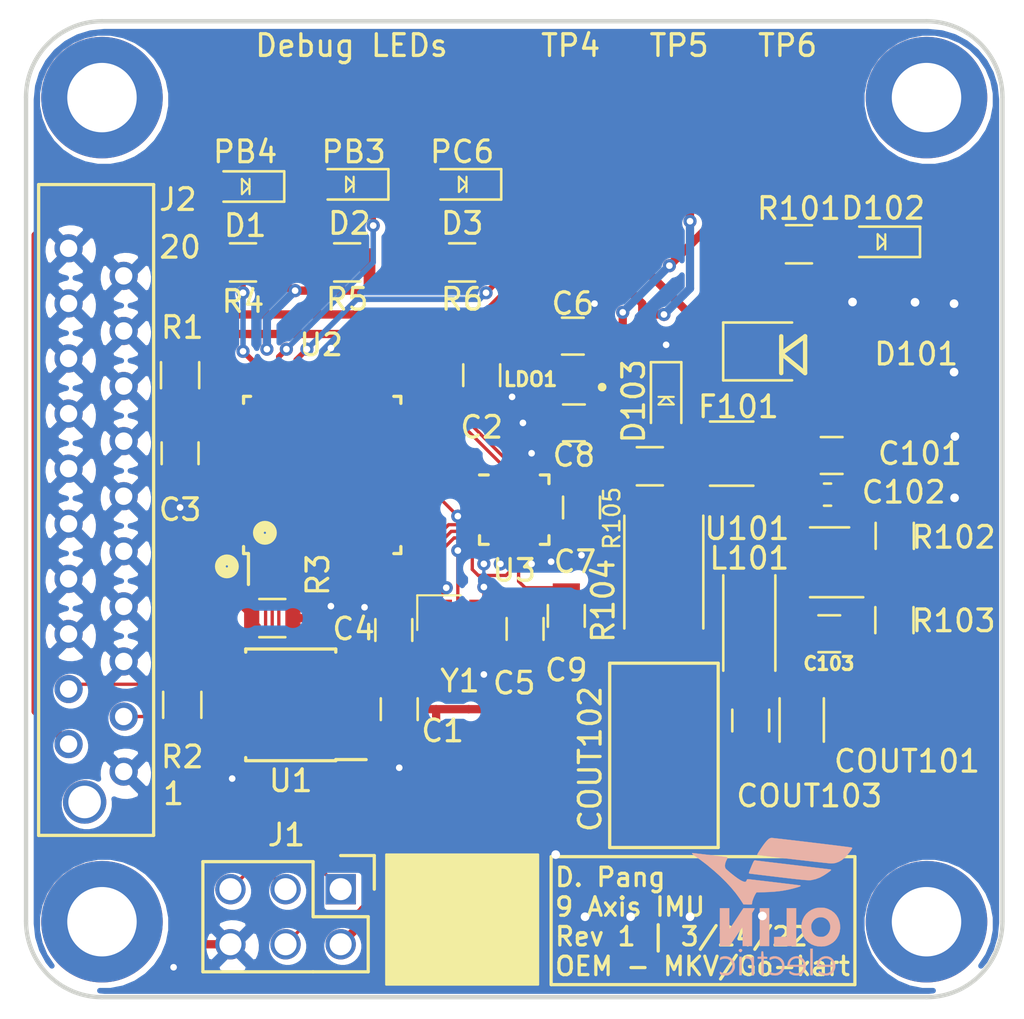
<source format=kicad_pcb>
(kicad_pcb (version 20171130) (host pcbnew "(5.1.10)-1")
  (title_block (title 9-Axis-IMU) (rev v01) (company "Olin Electric Motorsports") (comment 1 " Drew Pang"))
  (layers (0 F.Cu signal) (31 B.Cu signal) (34 B.Paste user) (35 F.Paste user) (36 B.SilkS user) (37 F.SilkS user) (38 B.Mask user) (39 F.Mask user) (44 Edge.Cuts user))
  (net 0 "")
  (net 1 GND)
  (net 2 "Net-(C101-Pad1)")
  (net 3 "Net-(C103-Pad2)")
  (net 4 "Net-(C103-Pad1)")
  (net 5 "Net-(COUT101-Pad1)")
  (net 6 "Net-(D102-Pad2)")
  (net 7 "Net-(D103-Pad2)")
  (net 8 "Net-(R102-Pad1)")
  (net 9 +5V)
  (net 10 "Net-(C3-Pad1)")
  (net 11 "Net-(C4-Pad1)")
  (net 12 "Net-(C5-Pad1)")
  (net 13 +1V8)
  (net 14 "Net-(C9-Pad2)")
  (net 15 "Net-(D1-Pad2)")
  (net 16 /P_LED1)
  (net 17 /P_LED2)
  (net 18 "Net-(D2-Pad2)")
  (net 19 "Net-(D3-Pad2)")
  (net 20 /P_LED3)
  (net 21 /MISO_A)
  (net 22 /SCK_A)
  (net 23 /MOSI_A)
  (net 24 /RESET)
  (net 25 /CAN_+)
  (net 26 /CAN_-)
  (net 27 /CAN_TX)
  (net 28 /CAN_RX)
  (net 29 "Net-(U1-Pad5)")
  (net 30 "Net-(U2-Pad3)")
  (net 31 /MISO)
  (net 32 /MOSI)
  (net 33 /CS)
  (net 34 "Net-(U2-Pad14)")
  (net 35 "Net-(U2-Pad15)")
  (net 36 "Net-(U2-Pad18)")
  (net 37 "Net-(U2-Pad21)")
  (net 38 "Net-(U2-Pad25)")
  (net 39 "Net-(U2-Pad26)")
  (net 40 "Net-(U2-Pad27)")
  (net 41 /SCK)
  (net 42 "Net-(U2-Pad29)")
  (net 43 "Net-(U2-Pad30)")
  (net 44 "Net-(U2-Pad32)")
  (net 45 "Net-(U3-Pad1)")
  (net 46 "Net-(U3-Pad2)")
  (net 47 "Net-(U3-Pad3)")
  (net 48 "Net-(U3-Pad4)")
  (net 49 "Net-(U3-Pad5)")
  (net 50 "Net-(U3-Pad6)")
  (net 51 "Net-(U3-Pad7)")
  (net 52 "Net-(U3-Pad12)")
  (net 53 "Net-(U3-Pad14)")
  (net 54 "Net-(U3-Pad15)")
  (net 55 "Net-(U3-Pad16)")
  (net 56 "Net-(U3-Pad17)")
  (net 57 "Net-(U3-Pad19)")
  (net 58 "Net-(U3-Pad21)")
  (net 59 +BATT)
  (net 60 "Net-(U2-Pad16)")
  (net 61 "Net-(U2-Pad13)")
  (module logo:logo-small (layer B.Cu) (at 159.5 119.7 180)
    (fp_text reference G*** hide)
    (fp_text value LOGO hide)
  )
  (module footprints:XDFN4 (layer F.Cu) (at 150.4 95.4 180)
    (fp_text reference LDO1 (at 2.05 0.01) (layer F.SilkS) (effects (font (size 0.64 0.64))))
    (fp_text value NCP110AMX180TBG)
    (pad 5 smd rect (at 0 0 225) (size 0.52 0.52) (layers F.Cu F.Paste F.Mask))
    (pad 1 smd custom (at -0.405 -0.325 180) (size 0.1 0.1) (layers F.Cu) (net 13 +1V8) (options (clearance outline) (anchor rect)) (primitives (gr_poly (pts (xy -0.195 -0.13) (xy 0.195 -0.13) (xy 0.195 -0.02) (xy 0.045 0.13) (xy -0.195 0.13)) (width 0.01))))
    (pad 2 smd custom (at -0.405 0.325 180) (size 0.1 0.1) (layers F.Cu) (net 1 GND) (options (clearance outline) (anchor rect)) (primitives (gr_poly (pts (xy -0.195 0.13) (xy 0.195 0.13) (xy 0.195 0.02) (xy 0.045 -0.13) (xy -0.195 -0.13)) (width 0.01))))
    (pad 3 smd custom (at 0.405 0.325 180) (size 0.1 0.1) (layers F.Cu) (net 9 +5V) (options (clearance outline) (anchor rect)) (primitives (gr_poly (pts (xy 0.195 0.13) (xy -0.195 0.13) (xy -0.195 0.02) (xy -0.045 -0.13) (xy 0.195 -0.13)) (width 0.01))))
    (pad 4 smd custom (at 0.405 -0.325 180) (size 0.1 0.1) (layers F.Cu) (net 9 +5V) (options (clearance outline) (anchor rect)) (primitives (gr_poly (pts (xy 0.195 -0.13) (xy -0.195 -0.13) (xy -0.195 -0.02) (xy -0.045 0.13) (xy 0.195 0.13)) (width 0.01))))
  )
  (module footprints:Pin_Header_Straight_2x03 (layer F.Cu) (at 139.6 118.9 270)
    (fp_text reference J1 (at -2.5 2.5 180) (layer F.SilkS))
    (fp_text value CONN_02X03 hide)
    (pad 1 thru_hole rect (at 0 0 270) (size 1.4 1.4) (drill 1.016) (layers *.Cu *.Mask) (net 21 /MISO_A))
    (pad 2 thru_hole circle (at 2.54 0 270) (size 1.4 1.4) (drill 1.016) (layers *.Cu *.Mask) (net 9 +5V))
    (pad 3 thru_hole circle (at 0 2.54 270) (size 1.4 1.4) (drill 1.016) (layers *.Cu *.Mask) (net 22 /SCK_A))
    (pad 4 thru_hole circle (at 2.54 2.54 270) (size 1.4 1.4) (drill 1.016) (layers *.Cu *.Mask) (net 23 /MOSI_A))
    (pad 5 thru_hole circle (at 0 5.08 270) (size 1.4 1.4) (drill 1.016) (layers *.Cu *.Mask) (net 24 /RESET))
    (pad 6 thru_hole circle (at 2.54 5.08 270) (size 1.4 1.4) (drill 1.016) (layers *.Cu *.Mask) (net 1 GND))
  )
  (module footprints:TQFP-32_7x7mm_Pitch0.8mm (layer F.Cu) (at 138.75 99.8 90)
    (fp_text reference U2 (at 6 -0.05 180) (layer F.SilkS))
    (fp_text value ATMEGA16M1 hide)
    (pad 32 smd rect (at -2.8 -4.25 180) (size 1.6 0.55) (layers F.Cu F.Paste F.Mask) (net 44 "Net-(U2-Pad32)"))
    (pad 31 smd rect (at -2 -4.25 180) (size 1.6 0.55) (layers F.Cu F.Paste F.Mask) (net 24 /RESET))
    (pad 30 smd rect (at -1.2 -4.25 180) (size 1.6 0.55) (layers F.Cu F.Paste F.Mask) (net 43 "Net-(U2-Pad30)"))
    (pad 29 smd rect (at -0.4 -4.25 180) (size 1.6 0.55) (layers F.Cu F.Paste F.Mask) (net 42 "Net-(U2-Pad29)"))
    (pad 28 smd rect (at 0.4 -4.25 180) (size 1.6 0.55) (layers F.Cu F.Paste F.Mask) (net 41 /SCK))
    (pad 27 smd rect (at 1.2 -4.25 180) (size 1.6 0.55) (layers F.Cu F.Paste F.Mask) (net 40 "Net-(U2-Pad27)"))
    (pad 26 smd rect (at 2 -4.25 180) (size 1.6 0.55) (layers F.Cu F.Paste F.Mask) (net 39 "Net-(U2-Pad26)"))
    (pad 25 smd rect (at 2.8 -4.25 180) (size 1.6 0.55) (layers F.Cu F.Paste F.Mask) (net 38 "Net-(U2-Pad25)"))
    (pad 24 smd rect (at 4.25 -2.8 90) (size 1.6 0.55) (layers F.Cu F.Paste F.Mask) (net 16 /P_LED1))
    (pad 23 smd rect (at 4.25 -2 90) (size 1.6 0.55) (layers F.Cu F.Paste F.Mask) (net 17 /P_LED2))
    (pad 22 smd rect (at 4.25 -1.2 90) (size 1.6 0.55) (layers F.Cu F.Paste F.Mask) (net 20 /P_LED3))
    (pad 21 smd rect (at 4.25 -0.4 90) (size 1.6 0.55) (layers F.Cu F.Paste F.Mask) (net 37 "Net-(U2-Pad21)"))
    (pad 20 smd rect (at 4.25 0.4 90) (size 1.6 0.55) (layers F.Cu F.Paste F.Mask) (net 1 GND))
    (pad 19 smd rect (at 4.25 1.2 90) (size 1.6 0.55) (layers F.Cu F.Paste F.Mask) (net 10 "Net-(C3-Pad1)"))
    (pad 18 smd rect (at 4.25 2 90) (size 1.6 0.55) (layers F.Cu F.Paste F.Mask) (net 36 "Net-(U2-Pad18)"))
    (pad 17 smd rect (at 4.25 2.8 90) (size 1.6 0.55) (layers F.Cu F.Paste F.Mask) (net 33 /CS))
    (pad 16 smd rect (at 2.8 4.25 180) (size 1.6 0.55) (layers F.Cu F.Paste F.Mask) (net 60 "Net-(U2-Pad16)"))
    (pad 15 smd rect (at 2 4.25 180) (size 1.6 0.55) (layers F.Cu F.Paste F.Mask) (net 35 "Net-(U2-Pad15)"))
    (pad 14 smd rect (at 1.2 4.25 180) (size 1.6 0.55) (layers F.Cu F.Paste F.Mask) (net 34 "Net-(U2-Pad14)"))
    (pad 13 smd rect (at 0.4 4.25 180) (size 1.6 0.55) (layers F.Cu F.Paste F.Mask) (net 61 "Net-(U2-Pad13)"))
    (pad 12 smd rect (at -0.4 4.25 180) (size 1.6 0.55) (layers F.Cu F.Paste F.Mask) (net 22 /SCK_A))
    (pad 11 smd rect (at -1.2 4.25 180) (size 1.6 0.55) (layers F.Cu F.Paste F.Mask) (net 11 "Net-(C4-Pad1)"))
    (pad 10 smd rect (at -2 4.25 180) (size 1.6 0.55) (layers F.Cu F.Paste F.Mask) (net 12 "Net-(C5-Pad1)"))
    (pad 9 smd rect (at -2.8 4.25 180) (size 1.6 0.55) (layers F.Cu F.Paste F.Mask) (net 32 /MOSI))
    (pad 8 smd rect (at -4.25 2.8 90) (size 1.6 0.55) (layers F.Cu F.Paste F.Mask) (net 31 /MISO))
    (pad 7 smd rect (at -4.25 2 90) (size 1.6 0.55) (layers F.Cu F.Paste F.Mask) (net 28 /CAN_RX))
    (pad 6 smd rect (at -4.25 1.2 90) (size 1.6 0.55) (layers F.Cu F.Paste F.Mask) (net 27 /CAN_TX))
    (pad 5 smd rect (at -4.25 0.4 90) (size 1.6 0.55) (layers F.Cu F.Paste F.Mask) (net 1 GND))
    (pad 4 smd rect (at -4.25 -0.4 90) (size 1.6 0.55) (layers F.Cu F.Paste F.Mask) (net 9 +5V))
    (pad 3 smd rect (at -4.25 -1.2 90) (size 1.6 0.55) (layers F.Cu F.Paste F.Mask) (net 30 "Net-(U2-Pad3)"))
    (pad 2 smd rect (at -4.25 -2 90) (size 1.6 0.55) (layers F.Cu F.Paste F.Mask) (net 23 /MOSI_A))
    (pad 1 smd rect (at -4.25 -2.8 90) (size 1.6 0.55) (layers F.Cu F.Paste F.Mask) (net 21 /MISO_A))
  )
  (module footprints:L_100uH_OEM (layer F.Cu) (at 158.43346 106.6267 270)
    (fp_text reference L101 (at -2.9847 -0.00254) (layer F.SilkS))
    (fp_text value L_100uH hide)
    (pad 2 smd rect (at 1.6 0 270) (size 1.2 2) (layers F.Cu F.Paste F.Mask) (net 5 "Net-(COUT101-Pad1)"))
    (pad 1 smd rect (at -1.6 0 270) (size 1.2 2) (layers F.Cu F.Paste F.Mask) (net 3 "Net-(C103-Pad2)"))
  )
  (module footprints:R_0805_OEM (layer F.Cu) (at 136.45 106.4 180)
    (fp_text reference R3 (at -2.1 2 270) (layer F.SilkS))
    (fp_text value R_10K hide)
    (pad 1 smd rect (at -0.95 0 180) (size 0.7 1.3) (layers F.Cu F.Paste F.Mask) (net 9 +5V))
    (pad 2 smd rect (at 0.95 0 180) (size 0.7 1.3) (layers F.Cu F.Paste F.Mask) (net 24 /RESET))
  )
  (module MountingHole:MountingHole_3.2mm_M3_DIN965_Pad_TopBottom (layer F.Cu) (at 166.6 82.4)
    (fp_text reference REF** hide)
    (fp_text value MountingHole_3.2mm_M3_DIN965_Pad_TopBottom)
    (pad 1 connect circle (at 0 0) (size 5.6 5.6) (layers B.Cu B.Mask))
    (pad 1 connect circle (at 0 0) (size 5.6 5.6) (layers F.Cu F.Mask))
    (pad 1 thru_hole circle (at 0 0) (size 3.6 3.6) (drill 3.2) (layers *.Cu *.Mask))
  )
  (module MountingHole:MountingHole_3.2mm_M3_DIN965_Pad_TopBottom (layer F.Cu) (at 166.6 120.4)
    (fp_text reference REF** hide)
    (fp_text value MountingHole_3.2mm_M3_DIN965_Pad_TopBottom)
    (pad 1 connect circle (at 0 0) (size 5.6 5.6) (layers B.Cu B.Mask))
    (pad 1 connect circle (at 0 0) (size 5.6 5.6) (layers F.Cu F.Mask))
    (pad 1 thru_hole circle (at 0 0) (size 3.6 3.6) (drill 3.2) (layers *.Cu *.Mask))
  )
  (module MountingHole:MountingHole_3.2mm_M3_DIN965_Pad_TopBottom (layer F.Cu) (at 128.6 82.4)
    (fp_text reference REF** hide)
    (fp_text value MountingHole_3.2mm_M3_DIN965_Pad_TopBottom)
    (pad 1 thru_hole circle (at 0 0) (size 3.6 3.6) (drill 3.2) (layers *.Cu *.Mask))
    (pad 1 connect circle (at 0 0) (size 5.6 5.6) (layers F.Cu F.Mask))
    (pad 1 connect circle (at 0 0) (size 5.6 5.6) (layers B.Cu B.Mask))
  )
  (module MountingHole:MountingHole_3.2mm_M3_DIN965_Pad_TopBottom (layer F.Cu) (at 128.6 120.4)
    (fp_text reference REF** hide)
    (fp_text value MountingHole_3.2mm_M3_DIN965_Pad_TopBottom)
    (pad 1 connect circle (at 0 0) (size 5.6 5.6) (layers B.Cu B.Mask))
    (pad 1 connect circle (at 0 0) (size 5.6 5.6) (layers F.Cu F.Mask))
    (pad 1 thru_hole circle (at 0 0) (size 3.6 3.6) (drill 3.2) (layers *.Cu *.Mask))
  )
  (module footprints:R_2512_OEM (layer F.Cu) (at 154.49392 104.2782 270)
    (fp_text reference R104 (at 1.3218 2.79392 270) (layer F.SilkS))
    (fp_text value R_0_2512 hide)
    (pad 1 smd rect (at -3.1 0 270) (size 1 3.2) (layers F.Cu F.Paste F.Mask) (net 9 +5V))
    (pad 2 smd rect (at 3.1 0 270) (size 1 3.2) (layers F.Cu F.Paste F.Mask) (net 5 "Net-(COUT101-Pad1)"))
  )
  (module footprints:R_0805_OEM (layer F.Cu) (at 160.722 89.164)
    (fp_text reference R101 (at 0 -1.65) (layer F.SilkS))
    (fp_text value R_1K hide)
    (pad 1 smd rect (at -0.95 0) (size 0.7 1.3) (layers F.Cu F.Paste F.Mask) (net 2 "Net-(C101-Pad1)"))
    (pad 2 smd rect (at 0.95 0) (size 0.7 1.3) (layers F.Cu F.Paste F.Mask) (net 6 "Net-(D102-Pad2)"))
  )
  (module footprints:Fuse_1812 (layer F.Cu) (at 154.499 109.9793 270)
    (fp_text reference COUT102 (at 2.9207 3.399 90) (layer F.SilkS))
    (fp_text value C_33uF hide)
    (pad 1 smd rect (at 0 0 270) (size 1.78 3.5) (layers F.Cu F.Paste F.Mask) (net 5 "Net-(COUT101-Pad1)"))
    (pad 2 smd rect (at 5.28 0 270) (size 1.78 3.5) (layers F.Cu F.Paste F.Mask) (net 1 GND))
  )
  (module footprints:C_0805_OEM (layer F.Cu) (at 162.119 107.1218 180)
    (fp_text reference C103 (at 0.019 -1.3782 180) (layer F.SilkS) (effects (font (size 0.6 0.6))))
    (fp_text value C_0.1uF hide)
    (pad 2 smd rect (at 1 0 180) (size 1 1.25) (layers F.Cu F.Paste F.Mask) (net 3 "Net-(C103-Pad2)"))
    (pad 1 smd rect (at -1 0 180) (size 1 1.25) (layers F.Cu F.Paste F.Mask) (net 4 "Net-(C103-Pad1)"))
  )
  (module footprints:Fuse_1210 (layer F.Cu) (at 157.621 98.816 180)
    (fp_text reference F101 (at -0.307 2.159 180) (layer F.SilkS))
    (fp_text value F_500mA_16V hide)
    (pad 2 smd rect (at 1.45 0 180) (size 0.9 2.5) (layers F.Cu F.Paste F.Mask) (net 59 +BATT))
    (pad 1 smd rect (at -1.45 0 180) (size 0.9 2.5) (layers F.Cu F.Paste F.Mask) (net 2 "Net-(C101-Pad1)"))
  )
  (module footprints:R_0805_OEM (layer F.Cu) (at 165.12128 106.49442 90)
    (fp_text reference R103 (at -0.03058 2.72872 180) (layer F.SilkS))
    (fp_text value R_100K hide)
    (pad 1 smd rect (at -0.95 0 90) (size 0.7 1.3) (layers F.Cu F.Paste F.Mask) (net 5 "Net-(COUT101-Pad1)"))
    (pad 2 smd rect (at 0.95 0 90) (size 0.7 1.3) (layers F.Cu F.Paste F.Mask) (net 8 "Net-(R102-Pad1)"))
  )
  (module footprints:R_0805_OEM (layer F.Cu) (at 165.13652 102.60822 90)
    (fp_text reference R102 (at -0.06678 2.71348 180) (layer F.SilkS))
    (fp_text value R_25K hide)
    (pad 2 smd rect (at 0.95 0 90) (size 0.7 1.3) (layers F.Cu F.Paste F.Mask) (net 1 GND))
    (pad 1 smd rect (at -0.95 0 90) (size 0.7 1.3) (layers F.Cu F.Paste F.Mask) (net 8 "Net-(R102-Pad1)"))
  )
  (module footprints:R_0805_OEM (layer F.Cu) (at 153.85 99.4 180)
    (fp_text reference R105 (at 1.75 -2.4 90) (layer F.SilkS) (effects (font (size 0.75 0.75) (thickness 0.1125))))
    (fp_text value R_200 hide)
    (pad 1 smd rect (at -0.95 0 180) (size 0.7 1.3) (layers F.Cu F.Paste F.Mask) (net 5 "Net-(COUT101-Pad1)"))
    (pad 2 smd rect (at 0.95 0 180) (size 0.7 1.3) (layers F.Cu F.Paste F.Mask) (net 7 "Net-(D103-Pad2)"))
  )
  (module footprints:SOT-23-6_OEM (layer F.Cu) (at 162.1342 103.8276 180)
    (fp_text reference U101 (at 3.8092 1.5526 180) (layer F.SilkS))
    (fp_text value TPS560430YF hide)
    (pad 1 smd rect (at -1.1 -0.95 180) (size 1.06 0.65) (layers F.Cu F.Paste F.Mask) (net 4 "Net-(C103-Pad1)"))
    (pad 2 smd rect (at -1.1 0 180) (size 1.06 0.65) (layers F.Cu F.Paste F.Mask) (net 1 GND))
    (pad 3 smd rect (at -1.1 0.95 180) (size 1.06 0.65) (layers F.Cu F.Paste F.Mask) (net 8 "Net-(R102-Pad1)"))
    (pad 4 smd rect (at 1.1 0.95 180) (size 1.06 0.65) (layers F.Cu F.Paste F.Mask) (net 2 "Net-(C101-Pad1)"))
    (pad 6 smd rect (at 1.1 -0.95 180) (size 1.06 0.65) (layers F.Cu F.Paste F.Mask) (net 3 "Net-(C103-Pad2)"))
    (pad 5 smd rect (at 1.1 0 180) (size 1.06 0.65) (layers F.Cu F.Paste F.Mask) (net 2 "Net-(C101-Pad1)"))
  )
  (module footprints:C_1206_OEM (layer F.Cu) (at 160.849 111.0983 270)
    (fp_text reference COUT101 (at 1.9017 -4.851 180) (layer F.SilkS))
    (fp_text value C_22uF hide)
    (pad 1 smd rect (at -1.5 0 270) (size 1 1.6) (layers F.Cu F.Paste F.Mask) (net 5 "Net-(COUT101-Pad1)"))
    (pad 2 smd rect (at 1.5 0 270) (size 1 1.6) (layers F.Cu F.Paste F.Mask) (net 1 GND))
  )
  (module footprints:C_0805_OEM (layer F.Cu) (at 158.4995 111.1223 270)
    (fp_text reference COUT103 (at 3.4777 -2.7005 180) (layer F.SilkS))
    (fp_text value C_47uF hide)
    (pad 1 smd rect (at -1 0 270) (size 1 1.25) (layers F.Cu F.Paste F.Mask) (net 5 "Net-(COUT101-Pad1)"))
    (pad 2 smd rect (at 1 0 270) (size 1 1.25) (layers F.Cu F.Paste F.Mask) (net 1 GND))
  )
  (module footprints:DO-214AA (layer F.Cu) (at 160.4045 94.1043)
    (fp_text reference D101 (at 5.7205 0.1207 180) (layer F.SilkS))
    (fp_text value D_Zener_18V hide)
    (pad 2 smd rect (at 2.032 0 180) (size 1.778 2.159) (layers F.Cu F.Paste F.Mask) (net 1 GND))
    (pad 1 smd rect (at -2.032 0 180) (size 1.778 2.159) (layers F.Cu F.Paste F.Mask) (net 2 "Net-(C101-Pad1)"))
  )
  (module footprints:LED_0805_OEM (layer F.Cu) (at 154.6 96.4 270)
    (fp_text reference D103 (at 0 1.5 270) (layer F.SilkS))
    (fp_text value LED_0805 hide)
    (pad 2 smd rect (at 1.1 0 90) (size 1.2 1.2) (layers F.Cu F.Paste F.Mask) (net 7 "Net-(D103-Pad2)"))
    (pad 1 smd rect (at -1.1 0 90) (size 1.2 1.2) (layers F.Cu F.Paste F.Mask) (net 1 GND))
  )
  (module footprints:LED_0805_OEM (layer F.Cu) (at 164.5 89.05 180)
    (fp_text reference D102 (at -0.1 1.55) (layer F.SilkS))
    (fp_text value LED_0805 hide)
    (pad 2 smd rect (at 1.1 0) (size 1.2 1.2) (layers F.Cu F.Paste F.Mask) (net 6 "Net-(D102-Pad2)"))
    (pad 1 smd rect (at -1.1 0) (size 1.2 1.2) (layers F.Cu F.Paste F.Mask) (net 1 GND))
  )
  (module footprints:C_0805_OEM (layer F.Cu) (at 162.23 98.90236)
    (fp_text reference C101 (at 4.064 -0.08636) (layer F.SilkS))
    (fp_text value C_0.1uF hide)
    (pad 2 smd rect (at 1 0) (size 1 1.25) (layers F.Cu F.Paste F.Mask) (net 1 GND))
    (pad 1 smd rect (at -1 0) (size 1 1.25) (layers F.Cu F.Paste F.Mask) (net 2 "Net-(C101-Pad1)"))
  )
  (module footprints:C_0603_1608Metric (layer F.Cu) (at 162.0395 100.7083)
    (fp_text reference C102 (at 3.5085 -0.1143) (layer F.SilkS))
    (fp_text value C_2.2uF)
    (pad 1 smd roundrect (at -0.7875 0) (size 0.875 0.95) (layers F.Cu F.Paste F.Mask) (net 2 "Net-(C101-Pad1)"))
    (pad 2 smd roundrect (at 0.7875 0) (size 0.875 0.95) (layers F.Cu F.Paste F.Mask) (net 1 GND))
  )
  (module footprints:C_0805_OEM (layer F.Cu) (at 142.3 110.6 270)
    (fp_text reference C1 (at 1 -2) (layer F.SilkS))
    (fp_text value C_0.1uF hide)
    (pad 2 smd rect (at 1 0 270) (size 1 1.25) (layers F.Cu F.Paste F.Mask) (net 1 GND))
    (pad 1 smd rect (at -1 0 270) (size 1 1.25) (layers F.Cu F.Paste F.Mask) (net 9 +5V))
  )
  (module footprints:C_0805_OEM (layer F.Cu) (at 146.1 95.2 270)
    (fp_text reference C2 (at 2.4 0 180) (layer F.SilkS))
    (fp_text value C_0.1uF hide)
    (pad 1 smd rect (at -1 0 270) (size 1 1.25) (layers F.Cu F.Paste F.Mask) (net 9 +5V))
    (pad 2 smd rect (at 1 0 270) (size 1 1.25) (layers F.Cu F.Paste F.Mask) (net 1 GND))
  )
  (module footprints:C_0805_OEM (layer F.Cu) (at 132.2 98.8 270)
    (fp_text reference C3 (at 2.6 0) (layer F.SilkS))
    (fp_text value C_100pF hide)
    (pad 2 smd rect (at 1 0 270) (size 1 1.25) (layers F.Cu F.Paste F.Mask) (net 1 GND))
    (pad 1 smd rect (at -1 0 270) (size 1 1.25) (layers F.Cu F.Paste F.Mask) (net 10 "Net-(C3-Pad1)"))
  )
  (module footprints:C_0805_OEM (layer F.Cu) (at 142.05 106.95 90)
    (fp_text reference C4 (at 0.05 -1.85 180) (layer F.SilkS))
    (fp_text value C_30pF hide)
    (pad 1 smd rect (at -1 0 90) (size 1 1.25) (layers F.Cu F.Paste F.Mask) (net 11 "Net-(C4-Pad1)"))
    (pad 2 smd rect (at 1 0 90) (size 1 1.25) (layers F.Cu F.Paste F.Mask) (net 1 GND))
  )
  (module footprints:C_0805_OEM (layer F.Cu) (at 148.1 106.9 270)
    (fp_text reference C5 (at 2.5 0.5 180) (layer F.SilkS))
    (fp_text value C_30pF hide)
    (pad 1 smd rect (at -1 0 270) (size 1 1.25) (layers F.Cu F.Paste F.Mask) (net 12 "Net-(C5-Pad1)"))
    (pad 2 smd rect (at 1 0 270) (size 1 1.25) (layers F.Cu F.Paste F.Mask) (net 1 GND))
  )
  (module footprints:C_0805_OEM (layer F.Cu) (at 150.3 93.4)
    (fp_text reference C6 (at 0 -1.5) (layer F.SilkS))
    (fp_text value C_1uF hide)
    (pad 1 smd rect (at -1 0) (size 1 1.25) (layers F.Cu F.Paste F.Mask) (net 9 +5V))
    (pad 2 smd rect (at 1 0) (size 1 1.25) (layers F.Cu F.Paste F.Mask) (net 1 GND))
  )
  (module footprints:C_0805_OEM (layer F.Cu) (at 150.7 101.3 270)
    (fp_text reference C7 (at 2.5 0.3 180) (layer F.SilkS))
    (fp_text value C_0.1uF hide)
    (pad 1 smd rect (at -1 0 270) (size 1 1.25) (layers F.Cu F.Paste F.Mask) (net 13 +1V8))
    (pad 2 smd rect (at 1 0 270) (size 1 1.25) (layers F.Cu F.Paste F.Mask) (net 1 GND))
  )
  (module footprints:C_0805_OEM (layer F.Cu) (at 150.35 97.4 180)
    (fp_text reference C8 (at 0 -1.5) (layer F.SilkS))
    (fp_text value C_1uF hide)
    (pad 2 smd rect (at 1 0 180) (size 1 1.25) (layers F.Cu F.Paste F.Mask) (net 1 GND))
    (pad 1 smd rect (at -1 0 180) (size 1 1.25) (layers F.Cu F.Paste F.Mask) (net 13 +1V8))
  )
  (module footprints:C_0805_OEM (layer F.Cu) (at 150 106.3 90)
    (fp_text reference C9 (at -2.5 0 180) (layer F.SilkS))
    (fp_text value C_0.1uF hide)
    (pad 2 smd rect (at 1 0 90) (size 1 1.25) (layers F.Cu F.Paste F.Mask) (net 14 "Net-(C9-Pad2)"))
    (pad 1 smd rect (at -1 0 90) (size 1 1.25) (layers F.Cu F.Paste F.Mask) (net 1 GND))
  )
  (module footprints:LED_0805_OEM (layer F.Cu) (at 135.2 86.5 180)
    (fp_text reference D1 (at 0 -1.8) (layer F.SilkS))
    (fp_text value LED_0805 hide)
    (pad 1 smd rect (at -1.1 0) (size 1.2 1.2) (layers F.Cu F.Paste F.Mask) (net 16 /P_LED1))
    (pad 2 smd rect (at 1.1 0) (size 1.2 1.2) (layers F.Cu F.Paste F.Mask) (net 15 "Net-(D1-Pad2)"))
  )
  (module footprints:LED_0805_OEM (layer F.Cu) (at 140 86.4 180)
    (fp_text reference D2 (at 0 -1.8) (layer F.SilkS))
    (fp_text value LED_0805 hide)
    (pad 2 smd rect (at 1.1 0) (size 1.2 1.2) (layers F.Cu F.Paste F.Mask) (net 18 "Net-(D2-Pad2)"))
    (pad 1 smd rect (at -1.1 0) (size 1.2 1.2) (layers F.Cu F.Paste F.Mask) (net 17 /P_LED2))
  )
  (module footprints:LED_0805_OEM (layer F.Cu) (at 145.2 86.4 180)
    (fp_text reference D3 (at 0 -1.8) (layer F.SilkS))
    (fp_text value LED_0805 hide)
    (pad 1 smd rect (at -1.1 0) (size 1.2 1.2) (layers F.Cu F.Paste F.Mask) (net 20 /P_LED3))
    (pad 2 smd rect (at 1.1 0) (size 1.2 1.2) (layers F.Cu F.Paste F.Mask) (net 19 "Net-(D3-Pad2)"))
  )
  (module footprints:micromatch_female_vert_20 (layer F.Cu) (at 129.6 108.4 180)
    (fp_text reference J2 (at -2.5 21.3) (layer F.SilkS))
    (fp_text value MM_F_VT_20 hide)
    (fp_text user 20 (at -2.6 19.1) (layer F.SilkS))
    (fp_text user 1 (at -2.3 -6.1) (layer F.SilkS))
    (pad 5 thru_hole circle (at 0 0 180) (size 1.3 1.3) (drill 0.8) (layers *.Cu *.Mask) (net 1 GND))
    (pad 3 thru_hole circle (at 0 -2.54 180) (size 1.3 1.3) (drill 0.8) (layers *.Cu *.Mask) (net 25 /CAN_+))
    (pad 1 thru_hole circle (at 0 -5.08 180) (size 1.3 1.3) (drill 0.8) (layers *.Cu *.Mask) (net 1 GND))
    (pad 7 thru_hole circle (at 0 2.54 180) (size 1.3 1.3) (drill 0.8) (layers *.Cu *.Mask) (net 1 GND))
    (pad 2 thru_hole circle (at 2.54 -3.81 180) (size 1.3 1.3) (drill 0.8) (layers *.Cu *.Mask) (net 59 +BATT))
    (pad 4 thru_hole circle (at 2.54 -1.27 180) (size 1.3 1.3) (drill 0.8) (layers *.Cu *.Mask) (net 26 /CAN_-))
    (pad 6 thru_hole circle (at 2.54 1.27 180) (size 1.3 1.3) (drill 0.8) (layers *.Cu *.Mask) (net 1 GND))
    (pad 8 thru_hole circle (at 2.54 3.81 180) (size 1.3 1.3) (drill 0.8) (layers *.Cu *.Mask) (net 1 GND))
    (pad 9 thru_hole circle (at 0 5.08 180) (size 1.3 1.3) (drill 0.8) (layers *.Cu *.Mask) (net 1 GND))
    (pad 10 thru_hole circle (at 2.54 6.35 180) (size 1.3 1.3) (drill 0.8) (layers *.Cu *.Mask) (net 1 GND))
    (pad 11 thru_hole circle (at 0 7.62 180) (size 1.3 1.3) (drill 0.8) (layers *.Cu *.Mask) (net 1 GND))
    (pad 12 thru_hole circle (at 2.54 8.89 180) (size 1.3 1.3) (drill 0.8) (layers *.Cu *.Mask) (net 1 GND))
    (pad 13 thru_hole circle (at 0 10.16 180) (size 1.3 1.3) (drill 0.8) (layers *.Cu *.Mask) (net 1 GND))
    (pad 14 thru_hole circle (at 2.54 11.43 180) (size 1.3 1.3) (drill 0.8) (layers *.Cu *.Mask) (net 1 GND))
    (pad 15 thru_hole circle (at 0 12.7 180) (size 1.3 1.3) (drill 0.8) (layers *.Cu *.Mask) (net 1 GND))
    (pad 16 thru_hole circle (at 2.54 13.97 180) (size 1.3 1.3) (drill 0.8) (layers *.Cu *.Mask) (net 1 GND))
    (pad 17 thru_hole circle (at 0 15.24 180) (size 1.3 1.3) (drill 0.8) (layers *.Cu *.Mask) (net 1 GND))
    (pad 18 thru_hole circle (at 2.54 16.51 180) (size 1.3 1.3) (drill 0.8) (layers *.Cu *.Mask) (net 1 GND))
    (pad 19 thru_hole circle (at 0 17.78 180) (size 1.3 1.3) (drill 0.8) (layers *.Cu *.Mask) (net 1 GND))
    (pad 20 thru_hole circle (at 2.54 19.05 180) (size 1.3 1.3) (drill 0.8) (layers *.Cu *.Mask) (net 1 GND))
    (pad 21 thru_hole circle (at 1.8 -6.48 180) (size 2 2) (drill 1.5) (layers *.Cu *.Mask))
  )
  (module footprints:R_0805_OEM (layer F.Cu) (at 132.2 95.2 270)
    (fp_text reference R1 (at -2.2 -0.1 180) (layer F.SilkS))
    (fp_text value R_100 hide)
    (pad 2 smd rect (at 0.95 0 270) (size 0.7 1.3) (layers F.Cu F.Paste F.Mask) (net 10 "Net-(C3-Pad1)"))
    (pad 1 smd rect (at -0.95 0 270) (size 0.7 1.3) (layers F.Cu F.Paste F.Mask) (net 9 +5V))
  )
  (module footprints:R_0805_OEM (layer F.Cu) (at 132.3 110.4 90)
    (fp_text reference R2 (at -2.4 0 180) (layer F.SilkS))
    (fp_text value R_120_DNP hide)
    (pad 2 smd rect (at 0.95 0 90) (size 0.7 1.3) (layers F.Cu F.Paste F.Mask) (net 26 /CAN_-))
    (pad 1 smd rect (at -0.95 0 90) (size 0.7 1.3) (layers F.Cu F.Paste F.Mask) (net 25 /CAN_+))
  )
  (module footprints:R_0805_OEM (layer F.Cu) (at 135.1 90)
    (fp_text reference R4 (at 0 1.8) (layer F.SilkS))
    (fp_text value R_499 hide)
    (pad 2 smd rect (at 0.95 0) (size 0.7 1.3) (layers F.Cu F.Paste F.Mask) (net 9 +5V))
    (pad 1 smd rect (at -0.95 0) (size 0.7 1.3) (layers F.Cu F.Paste F.Mask) (net 15 "Net-(D1-Pad2)"))
  )
  (module footprints:R_0805_OEM (layer F.Cu) (at 139.9 90)
    (fp_text reference R5 (at 0 1.7) (layer F.SilkS))
    (fp_text value R_499 hide)
    (pad 1 smd rect (at -0.95 0) (size 0.7 1.3) (layers F.Cu F.Paste F.Mask) (net 18 "Net-(D2-Pad2)"))
    (pad 2 smd rect (at 0.95 0) (size 0.7 1.3) (layers F.Cu F.Paste F.Mask) (net 9 +5V))
  )
  (module footprints:R_0805_OEM (layer F.Cu) (at 145.2 90)
    (fp_text reference R6 (at 0 1.7) (layer F.SilkS))
    (fp_text value R_499 hide)
    (pad 2 smd rect (at 0.95 0) (size 0.7 1.3) (layers F.Cu F.Paste F.Mask) (net 9 +5V))
    (pad 1 smd rect (at -0.95 0) (size 0.7 1.3) (layers F.Cu F.Paste F.Mask) (net 19 "Net-(D3-Pad2)"))
  )
  (module footprints:Test_Point_SMD (layer F.Cu) (at 135.2 82.5)
    (fp_text reference PB4 (at 0 2.4 180) (layer F.SilkS))
    (fp_text value Test_Point_SMD)
    (pad 1 smd rect (at 0 0) (size 4.5 3) (layers F.Cu F.Paste F.Mask) (net 16 /P_LED1))
  )
  (module footprints:Test_Point_SMD (layer F.Cu) (at 140.2 82.5)
    (fp_text reference PB3 (at 0 2.4 180) (layer F.SilkS))
    (fp_text value Test_Point_SMD)
    (pad 1 smd rect (at 0 0) (size 4.5 3) (layers F.Cu F.Paste F.Mask) (net 17 /P_LED2))
  )
  (module footprints:Test_Point_SMD (layer F.Cu) (at 145.2 82.5)
    (fp_text reference PC6 (at 0 2.4 180) (layer F.SilkS))
    (fp_text value Test_Point_SMD)
    (pad 1 smd rect (at 0 0) (size 4.5 3) (layers F.Cu F.Paste F.Mask) (net 20 /P_LED3))
  )
  (module footprints:Test_Point_SMD (layer F.Cu) (at 150.2 82.5)
    (fp_text reference TP4 (at 0 -2.5) (layer F.SilkS))
    (fp_text value Test_Point_SMD)
    (pad 1 smd rect (at 0 0) (size 4.5 3) (layers F.Cu F.Paste F.Mask) (net 59 +BATT))
  )
  (module footprints:Test_Point_SMD (layer F.Cu) (at 155.2 82.5)
    (fp_text reference TP5 (at 0 -2.5) (layer F.SilkS))
    (fp_text value Test_Point_SMD)
    (pad 1 smd rect (at 0 0) (size 4.5 3) (layers F.Cu F.Paste F.Mask) (net 9 +5V))
  )
  (module footprints:Test_Point_SMD (layer F.Cu) (at 160.2 82.5)
    (fp_text reference TP6 (at 0 -2.5) (layer F.SilkS))
    (fp_text value Test_Point_SMD)
    (pad 1 smd rect (at 0 0) (size 4.5 3) (layers F.Cu F.Paste F.Mask) (net 13 +1V8))
  )
  (module footprints:SOIC-8_3.9x4.9mm_Pitch1.27mm_OEM (layer F.Cu) (at 137.3 110.4 180)
    (fp_text reference U1 (at 0 -3.5) (layer F.SilkS))
    (fp_text value MCP2561-E_SN hide)
    (pad 1 smd rect (at -2.7 -1.905 180) (size 1.55 0.6) (layers F.Cu F.Paste F.Mask) (net 27 /CAN_TX))
    (pad 2 smd rect (at -2.7 -0.635 180) (size 1.55 0.6) (layers F.Cu F.Paste F.Mask) (net 1 GND))
    (pad 3 smd rect (at -2.7 0.635 180) (size 1.55 0.6) (layers F.Cu F.Paste F.Mask) (net 9 +5V))
    (pad 4 smd rect (at -2.7 1.905 180) (size 1.55 0.6) (layers F.Cu F.Paste F.Mask) (net 28 /CAN_RX))
    (pad 5 smd rect (at 2.7 1.905 180) (size 1.55 0.6) (layers F.Cu F.Paste F.Mask) (net 29 "Net-(U1-Pad5)"))
    (pad 6 smd rect (at 2.7 0.635 180) (size 1.55 0.6) (layers F.Cu F.Paste F.Mask) (net 26 /CAN_-))
    (pad 7 smd rect (at 2.7 -0.635 180) (size 1.55 0.6) (layers F.Cu F.Paste F.Mask) (net 25 /CAN_+))
    (pad 8 smd rect (at 2.7 -1.905 180) (size 1.55 0.6) (layers F.Cu F.Paste F.Mask) (net 1 GND))
  )
  (module Sensor_Motion:InvenSense_QFN-24_3x3mm_P0.4mm (layer F.Cu) (at 147.6 101.4)
    (fp_text reference U3 (at 0 2.8) (layer F.SilkS))
    (fp_text value ICM-20948)
    (pad 24 smd roundrect (at -1 -1.5 90) (size 0.55 0.2) (layers F.Cu F.Paste F.Mask) (net 32 /MOSI))
    (pad 23 smd roundrect (at -0.6 -1.5 90) (size 0.55 0.2) (layers F.Cu F.Paste F.Mask) (net 41 /SCK))
    (pad 22 smd roundrect (at -0.2 -1.5 90) (size 0.55 0.2) (layers F.Cu F.Paste F.Mask) (net 33 /CS))
    (pad 21 smd roundrect (at 0.2 -1.5 90) (size 0.55 0.2) (layers F.Cu F.Paste F.Mask) (net 58 "Net-(U3-Pad21)"))
    (pad 20 smd roundrect (at 0.6 -1.5 90) (size 0.55 0.2) (layers F.Cu F.Paste F.Mask) (net 1 GND))
    (pad 19 smd roundrect (at 1 -1.5 90) (size 0.55 0.2) (layers F.Cu F.Paste F.Mask) (net 57 "Net-(U3-Pad19)"))
    (pad 18 smd roundrect (at 1.5 -1) (size 0.55 0.2) (layers F.Cu F.Paste F.Mask) (net 1 GND))
    (pad 17 smd roundrect (at 1.5 -0.6) (size 0.55 0.2) (layers F.Cu F.Paste F.Mask) (net 56 "Net-(U3-Pad17)"))
    (pad 16 smd roundrect (at 1.5 -0.2) (size 0.55 0.2) (layers F.Cu F.Paste F.Mask) (net 55 "Net-(U3-Pad16)"))
    (pad 15 smd roundrect (at 1.5 0.2) (size 0.55 0.2) (layers F.Cu F.Paste F.Mask) (net 54 "Net-(U3-Pad15)"))
    (pad 14 smd roundrect (at 1.5 0.6) (size 0.55 0.2) (layers F.Cu F.Paste F.Mask) (net 53 "Net-(U3-Pad14)"))
    (pad 13 smd roundrect (at 1.5 1) (size 0.55 0.2) (layers F.Cu F.Paste F.Mask) (net 13 +1V8))
    (pad 12 smd roundrect (at 1 1.5 90) (size 0.55 0.2) (layers F.Cu F.Paste F.Mask) (net 52 "Net-(U3-Pad12)"))
    (pad 11 smd roundrect (at 0.6 1.5 90) (size 0.55 0.2) (layers F.Cu F.Paste F.Mask) (net 1 GND))
    (pad 10 smd roundrect (at 0.2 1.5 90) (size 0.55 0.2) (layers F.Cu F.Paste F.Mask) (net 14 "Net-(C9-Pad2)"))
    (pad 9 smd roundrect (at -0.2 1.5 90) (size 0.55 0.2) (layers F.Cu F.Paste F.Mask) (net 31 /MISO))
    (pad 8 smd roundrect (at -0.6 1.5 90) (size 0.55 0.2) (layers F.Cu F.Paste F.Mask) (net 13 +1V8))
    (pad 7 smd roundrect (at -1 1.5 90) (size 0.55 0.2) (layers F.Cu F.Paste F.Mask) (net 51 "Net-(U3-Pad7)"))
    (pad 6 smd roundrect (at -1.5 1) (size 0.55 0.2) (layers F.Cu F.Paste F.Mask) (net 50 "Net-(U3-Pad6)"))
    (pad 5 smd roundrect (at -1.5 0.6) (size 0.55 0.2) (layers F.Cu F.Paste F.Mask) (net 49 "Net-(U3-Pad5)"))
    (pad 4 smd roundrect (at -1.5 0.2) (size 0.55 0.2) (layers F.Cu F.Paste F.Mask) (net 48 "Net-(U3-Pad4)"))
    (pad 3 smd roundrect (at -1.5 -0.2) (size 0.55 0.2) (layers F.Cu F.Paste F.Mask) (net 47 "Net-(U3-Pad3)"))
    (pad 2 smd roundrect (at -1.5 -0.6) (size 0.55 0.2) (layers F.Cu F.Paste F.Mask) (net 46 "Net-(U3-Pad2)"))
    (pad 1 smd roundrect (at -1.5 -1) (size 0.55 0.2) (layers F.Cu F.Paste F.Mask) (net 45 "Net-(U3-Pad1)"))
  )
  (module footprints:Crystal_SMD_FA238 (layer F.Cu) (at 145.13 106.95)
    (fp_text reference Y1 (at -0.03 2.35) (layer F.SilkS))
    (fp_text value Crystal_SMD hide)
    (pad 1 smd rect (at -1.1 0.8) (size 1.4 1.2) (layers F.Cu F.Mask) (net 11 "Net-(C4-Pad1)"))
    (pad 2 smd rect (at 1.1 0.8) (size 1.4 1.2) (layers F.Cu F.Mask) (net 1 GND))
    (pad 3 smd rect (at 1.1 -0.8) (size 1.4 1.2) (layers F.Cu F.Mask) (net 12 "Net-(C5-Pad1)"))
    (pad 4 smd rect (at -1.1 -0.8) (size 1.4 1.2) (layers F.Cu F.Mask) (net 1 GND))
  )
  (gr_poly (pts (xy 148.7 123.3) (xy 141.7 123.3) (xy 141.7 117.3) (xy 148.7 117.3)) (layer F.SilkS) (width 0.1))
  (gr_line (start 163.3 123.3) (end 163.3 117.4) (layer F.SilkS) (width 0.15))
  (gr_line (start 149.3 117.4) (end 163.3 117.4) (layer F.SilkS) (width 0.15))
  (gr_line (start 149.3 123.3) (end 163.3 123.3) (layer F.SilkS) (width 0.15))
  (gr_line (start 149.3 117.4) (end 149.3 123.3) (layer F.SilkS) (width 0.15))
  (gr_text "D. Pang\n9 Axis IMU\nRev 1 | 3/24/22\nOEM - MKV/Go-kart" (at 149.4 120.4) (layer F.SilkS) (effects (font (size 0.85 0.85)) (justify left)))
  (gr_text "Debug LEDs" (at 140.1 80) (layer F.SilkS) (effects (font (size 1 1))))
  (gr_arc (start 166.6 82.380004) (end 170.1 82.380004) (angle -90) (layer Edge.Cuts) (width 0.2))
  (gr_line (start 128.6 78.880004) (end 166.6 78.880004) (layer Edge.Cuts) (width 0.2))
  (gr_line (start 128.6 123.880004) (end 166.6 123.880004) (layer Edge.Cuts) (width 0.2))
  (gr_arc (start 128.6 82.380004) (end 128.6 78.880004) (angle -90) (layer Edge.Cuts) (width 0.2))
  (gr_line (start 170.1 120.380004) (end 170.1 82.380004) (layer Edge.Cuts) (width 0.2))
  (gr_arc (start 128.6 120.380004) (end 125.1 120.380004) (angle -90) (layer Edge.Cuts) (width 0.2))
  (gr_line (start 125.1 120.380004) (end 125.1 82.380004) (layer Edge.Cuts) (width 0.2))
  (gr_arc (start 166.6 120.380004) (end 166.6 123.880004) (angle -90) (layer Edge.Cuts) (width 0.2))
  (via (at 155.70042 120.16978) (size 0.8) (drill 0.4) (layers F.Cu B.Cu) (net 1))
  (segment (start 150.86426 120.16978) (end 150.76266 120.27138) (width 0.25) (layer F.Cu) (net 1))
  (via (at 159.03544 120.13422) (size 0.8) (drill 0.4) (layers F.Cu B.Cu) (net 1))
  (via (at 150.86426 120.16978) (size 0.8) (drill 0.4) (layers F.Cu B.Cu) (net 1))
  (via (at 152.96484 120.16978) (size 0.8) (drill 0.4) (layers F.Cu B.Cu) (net 1))
  (via (at 167.89496 100.85562) (size 0.8) (drill 0.4) (layers F.Cu B.Cu) (net 1))
  (via (at 167.90766 98.02606) (size 0.8) (drill 0.4) (layers F.Cu B.Cu) (net 1))
  (via (at 167.86956 95.0568) (size 0.8) (drill 0.4) (layers F.Cu B.Cu) (net 1))
  (segment (start 167.90766 95.0949) (end 167.86956 95.0568) (width 0.381) (layer F.Cu) (net 1))
  (via (at 167.86956 91.90212) (size 0.8) (drill 0.4) (layers F.Cu B.Cu) (net 1))
  (via (at 166.07124 91.83862) (size 0.8) (drill 0.4) (layers F.Cu B.Cu) (net 1))
  (segment (start 166.13474 91.90212) (end 166.07124 91.83862) (width 0.381) (layer F.Cu) (net 1))
  (via (at 163.19088 91.82592) (size 0.8) (drill 0.4) (layers F.Cu B.Cu) (net 1))
  (segment (start 163.19088 93.34992) (end 162.4365 94.1043) (width 0.381) (layer F.Cu) (net 1))
  (via (at 149.51044 117.30466) (size 0.8) (drill 0.4) (layers F.Cu B.Cu) (net 1))
  (segment (start 162.4365 93.9138) (end 162.4365 94.1043) (width 0.1524) (layer F.Cu) (net 1))
  (segment (start 154.499 118.96836) (end 155.70042 120.16978) (width 0.254) (layer F.Cu) (net 1))
  (segment (start 154.499 115.2593) (end 154.499 118.96836) (width 0.254) (layer F.Cu) (net 1))
  (segment (start 162.73632 100.40512) (end 163.0395 100.7083) (width 0.254) (layer F.Cu) (net 1))
  (segment (start 162.73632 98.90236) (end 162.73632 100.40512) (width 0.254) (layer F.Cu) (net 1))
  (segment (start 163.0395 100.8333) (end 163.0395 100.7083) (width 0.254) (layer F.Cu) (net 1))
  (segment (start 163.86442 101.65822) (end 163.0395 100.8333) (width 0.254) (layer F.Cu) (net 1))
  (segment (start 165.13652 101.65822) (end 163.86442 101.65822) (width 0.254) (layer F.Cu) (net 1))
  (segment (start 167.09236 101.65822) (end 167.89496 100.85562) (width 0.254) (layer F.Cu) (net 1))
  (segment (start 165.13652 101.65822) (end 167.09236 101.65822) (width 0.254) (layer F.Cu) (net 1))
  (segment (start 165.6 91.36738) (end 166.07124 91.83862) (width 0.254) (layer F.Cu) (net 1))
  (segment (start 165.6 89.05) (end 165.6 91.36738) (width 0.254) (layer F.Cu) (net 1))
  (segment (start 158.9755 112.5983) (end 158.4995 112.1223) (width 0.254) (layer F.Cu) (net 1))
  (segment (start 160.849 112.5983) (end 158.9755 112.5983) (width 0.254) (layer F.Cu) (net 1))
  (segment (start 155.2375 115.2593) (end 154.499 115.2593) (width 0.254) (layer F.Cu) (net 1))
  (segment (start 158.3745 112.1223) (end 155.2375 115.2593) (width 0.254) (layer F.Cu) (net 1))
  (segment (start 158.4995 112.1223) (end 158.3745 112.1223) (width 0.254) (layer F.Cu) (net 1))
  (segment (start 162.4502 103.8276) (end 163.2342 103.8276) (width 0.254) (layer F.Cu) (net 1))
  (segment (start 162.424799 103.802199) (end 162.4502 103.8276) (width 0.254) (layer F.Cu) (net 1))
  (segment (start 162.424799 102.202001) (end 162.424799 103.802199) (width 0.254) (layer F.Cu) (net 1))
  (segment (start 163.0395 101.5873) (end 162.424799 102.202001) (width 0.254) (layer F.Cu) (net 1))
  (segment (start 163.0395 100.7083) (end 163.0395 101.5873) (width 0.254) (layer F.Cu) (net 1))
  (segment (start 162.4365 92.5803) (end 163.19088 91.82592) (width 0.254) (layer F.Cu) (net 1))
  (segment (start 162.4365 94.1043) (end 162.4365 92.5803) (width 0.254) (layer F.Cu) (net 1))
  (segment (start 134.52 121.44) (end 132.96 121.44) (width 0.381) (layer F.Cu) (net 1))
  (segment (start 132.96 121.44) (end 131.9 122.5) (width 0.381) (layer F.Cu) (net 1))
  (segment (start 131.9 122.5) (end 131.9 122.5) (width 0.381) (layer F.Cu) (net 1))
  (via (at 131.9 122.5) (size 0.6096) (drill 0.3048) (layers F.Cu B.Cu) (net 1))
  (segment (start 141.735 111.035) (end 142.3 111.6) (width 0.381) (layer F.Cu) (net 1))
  (segment (start 140 111.035) (end 141.735 111.035) (width 0.381) (layer F.Cu) (net 1))
  (segment (start 142.3 111.6) (end 142.3 113.3) (width 0.381) (layer F.Cu) (net 1))
  (segment (start 142.3 113.3) (end 142.3 113.3) (width 0.381) (layer F.Cu) (net 1))
  (via (at 142.3 113.3) (size 0.6096) (drill 0.3048) (layers F.Cu B.Cu) (net 1))
  (segment (start 148.2 102.9) (end 148.2 103.7) (width 0.254) (layer F.Cu) (net 1))
  (segment (start 148.2 103.7) (end 148.4 103.9) (width 0.254) (layer F.Cu) (net 1))
  (segment (start 148.4 103.9) (end 148.4 103.9) (width 0.254) (layer F.Cu) (net 1))
  (via (at 148.4 103.9) (size 0.6096) (drill 0.3048) (layers F.Cu B.Cu) (net 1))
  (segment (start 134.6 112.305) (end 134.6 113.8) (width 0.381) (layer F.Cu) (net 1))
  (segment (start 134.6 113.8) (end 134.6 113.8) (width 0.381) (layer F.Cu) (net 1))
  (via (at 134.6 113.8) (size 0.6096) (drill 0.3048) (layers F.Cu B.Cu) (net 1))
  (segment (start 139.15 104.05) (end 139.15 105.85) (width 0.381) (layer F.Cu) (net 1))
  (segment (start 139.15 105.85) (end 139.15 105.85) (width 0.381) (layer F.Cu) (net 1))
  (via (at 139.15 105.85) (size 0.6096) (drill 0.3048) (layers F.Cu B.Cu) (net 1))
  (segment (start 154.6 95.3) (end 154.6 93.8) (width 0.381) (layer F.Cu) (net 1))
  (segment (start 154.6 93.8) (end 154.6 93.8) (width 0.381) (layer F.Cu) (net 1))
  (via (at 154.6 93.8) (size 0.6096) (drill 0.3048) (layers F.Cu B.Cu) (net 1))
  (segment (start 151.3 94.777901) (end 151.002901 95.075) (width 0.381) (layer F.Cu) (net 1))
  (segment (start 151.3 93.4) (end 151.3 94.777901) (width 0.381) (layer F.Cu) (net 1))
  (segment (start 151.3 93.4) (end 151.3 91.9) (width 0.381) (layer F.Cu) (net 1))
  (segment (start 151.3 91.9) (end 151.3 91.9) (width 0.381) (layer F.Cu) (net 1))
  (via (at 151.3 91.9) (size 0.6096) (drill 0.3048) (layers F.Cu B.Cu) (net 1))
  (segment (start 149.35 97.4) (end 148 97.4) (width 0.381) (layer F.Cu) (net 1))
  (segment (start 148 97.4) (end 148 97.4) (width 0.381) (layer F.Cu) (net 1))
  (via (at 148 97.4) (size 0.6096) (drill 0.3048) (layers F.Cu B.Cu) (net 1))
  (segment (start 139.15 95.55) (end 139.15 93.95) (width 0.254) (layer F.Cu) (net 1))
  (segment (start 139.15 93.95) (end 139.15 93.95) (width 0.254) (layer F.Cu) (net 1))
  (via (at 139.15 93.95) (size 0.6096) (drill 0.3048) (layers F.Cu B.Cu) (net 1))
  (segment (start 132.2 99.8) (end 132.2 101.3) (width 0.381) (layer F.Cu) (net 1))
  (segment (start 132.2 101.3) (end 132.2 101.3) (width 0.381) (layer F.Cu) (net 1))
  (via (at 132.2 101.3) (size 0.6096) (drill 0.3048) (layers F.Cu B.Cu) (net 1))
  (segment (start 150.725 95.075) (end 150.4 95.4) (width 0.381) (layer F.Cu) (net 1))
  (segment (start 150.805 95.075) (end 150.725 95.075) (width 0.381) (layer F.Cu) (net 1))
  (segment (start 148.2 99.9) (end 148.2 99.559142) (width 0.254) (layer F.Cu) (net 1))
  (segment (start 148.2 99.559142) (end 148.413552 99.34559) (width 0.254) (layer F.Cu) (net 1))
  (segment (start 148.413552 99.34559) (end 148.786448 99.34559) (width 0.254) (layer F.Cu) (net 1))
  (segment (start 148.786448 99.34559) (end 149.1 99.659142) (width 0.254) (layer F.Cu) (net 1))
  (segment (start 149.1 99.659142) (end 149.1 100.4) (width 0.254) (layer F.Cu) (net 1))
  (via (at 148.4 98.8) (size 0.6096) (drill 0.3048) (layers F.Cu B.Cu) (net 1))
  (segment (start 148.413552 98.813552) (end 148.4 98.8) (width 0.254) (layer F.Cu) (net 1))
  (segment (start 148.413552 99.34559) (end 148.413552 98.813552) (width 0.254) (layer F.Cu) (net 1))
  (via (at 150.7 103.5) (size 0.6096) (drill 0.3048) (layers F.Cu B.Cu) (net 1))
  (segment (start 150.7 102.3) (end 150.7 103.5) (width 0.381) (layer F.Cu) (net 1))
  (segment (start 142.25 106.15) (end 142.05 105.95) (width 0.381) (layer F.Cu) (net 1))
  (segment (start 144.03 106.15) (end 142.25 106.15) (width 0.381) (layer F.Cu) (net 1))
  (via (at 140.7 105.9) (size 0.6096) (drill 0.3048) (layers F.Cu B.Cu) (net 1))
  (segment (start 142 105.9) (end 142.05 105.95) (width 0.381) (layer F.Cu) (net 1))
  (segment (start 140.7 105.9) (end 142 105.9) (width 0.381) (layer F.Cu) (net 1))
  (segment (start 148.7 107.3) (end 148.1 107.9) (width 0.381) (layer F.Cu) (net 1))
  (segment (start 150 107.3) (end 148.7 107.3) (width 0.381) (layer F.Cu) (net 1))
  (segment (start 147.95 107.75) (end 148.1 107.9) (width 0.381) (layer F.Cu) (net 1))
  (segment (start 146.23 107.75) (end 147.95 107.75) (width 0.381) (layer F.Cu) (net 1))
  (via (at 144.4666 105) (size 0.6096) (drill 0.3048) (layers F.Cu B.Cu) (net 1))
  (segment (start 144.03 105.4366) (end 144.4666 105) (width 0.381) (layer F.Cu) (net 1))
  (segment (start 144.03 106.15) (end 144.03 105.4366) (width 0.381) (layer F.Cu) (net 1))
  (via (at 146.2 109) (size 0.6096) (drill 0.3048) (layers F.Cu B.Cu) (net 1))
  (segment (start 146.23 108.97) (end 146.2 109) (width 0.381) (layer F.Cu) (net 1))
  (segment (start 146.23 107.75) (end 146.23 108.97) (width 0.381) (layer F.Cu) (net 1))
  (via (at 147.5 96.2) (size 0.6096) (drill 0.3048) (layers F.Cu B.Cu) (net 1))
  (segment (start 146.1 96.2) (end 147.5 96.2) (width 0.381) (layer F.Cu) (net 1))
  (segment (start 158.32486 94.05666) (end 158.3725 94.1043) (width 0.381) (layer F.Cu) (net 2))
  (segment (start 161.0342 102.8776) (end 161.0342 103.8276) (width 0.381) (layer F.Cu) (net 2))
  (segment (start 161.16132 100.58648) (end 161.0395 100.7083) (width 0.254) (layer F.Cu) (net 2))
  (segment (start 161.16132 98.90236) (end 161.16132 100.58648) (width 0.254) (layer F.Cu) (net 2))
  (segment (start 161.0395 102.8723) (end 161.0342 102.8776) (width 0.254) (layer F.Cu) (net 2))
  (segment (start 161.0395 100.7083) (end 161.0395 102.8723) (width 0.254) (layer F.Cu) (net 2))
  (segment (start 159.75 89.05) (end 159.75 89.35) (width 0.254) (layer F.Cu) (net 2))
  (segment (start 161.16132 98.32736) (end 161.16132 98.90236) (width 0.254) (layer F.Cu) (net 2))
  (segment (start 159.75 89.35) (end 161.16132 90.76132) (width 0.254) (layer F.Cu) (net 2))
  (segment (start 161.16132 90.76132) (end 161.16132 98.32736) (width 0.254) (layer F.Cu) (net 2))
  (segment (start 158.20486 93.93666) (end 158.3725 94.1043) (width 0.381) (layer F.Cu) (net 2))
  (segment (start 159.15736 98.90236) (end 159.071 98.816) (width 0.381) (layer F.Cu) (net 2))
  (segment (start 161.23 98.90236) (end 159.15736 98.90236) (width 0.381) (layer F.Cu) (net 2))
  (segment (start 158.3725 94.1043) (end 158.3725 95.7045) (width 0.381) (layer F.Cu) (net 2))
  (segment (start 159.071 96.403) (end 159.071 98.816) (width 0.381) (layer F.Cu) (net 2))
  (segment (start 158.3725 95.7045) (end 159.071 96.403) (width 0.381) (layer F.Cu) (net 2))
  (segment (start 158.68256 104.7776) (end 158.43346 105.0267) (width 0.25) (layer F.Cu) (net 3))
  (segment (start 161.0342 107.037) (end 161.119 107.1218) (width 0.254) (layer F.Cu) (net 3))
  (segment (start 161.0342 104.7776) (end 161.0342 107.037) (width 0.254) (layer F.Cu) (net 3))
  (segment (start 158.43346 105.0267) (end 160.7851 105.0267) (width 0.254) (layer F.Cu) (net 3))
  (segment (start 160.7851 105.0267) (end 161.0342 104.7776) (width 0.254) (layer F.Cu) (net 3))
  (segment (start 163.2342 107.0066) (end 163.119 107.1218) (width 0.254) (layer F.Cu) (net 4))
  (segment (start 163.2342 104.7776) (end 163.2342 107.0066) (width 0.254) (layer F.Cu) (net 4))
  (segment (start 165.12128 107.44442) (end 165.42128 107.44442) (width 0.25) (layer F.Cu) (net 5))
  (segment (start 154.499 107.38328) (end 154.49392 107.3782) (width 0.25) (layer F.Cu) (net 5))
  (segment (start 158.43346 110.03264) (end 158.52236 110.12154) (width 0.25) (layer F.Cu) (net 5))
  (segment (start 154.64124 110.12154) (end 154.499 109.9793) (width 0.25) (layer F.Cu) (net 5))
  (segment (start 154.642 110.1223) (end 154.499 109.9793) (width 0.254) (layer F.Cu) (net 5))
  (segment (start 158.4995 110.1223) (end 154.642 110.1223) (width 0.254) (layer F.Cu) (net 5))
  (segment (start 158.43346 110.05626) (end 158.4995 110.1223) (width 0.254) (layer F.Cu) (net 5))
  (segment (start 158.43346 108.2267) (end 158.43346 110.05626) (width 0.254) (layer F.Cu) (net 5))
  (segment (start 159.0235 109.5983) (end 158.4995 110.1223) (width 0.254) (layer F.Cu) (net 5))
  (segment (start 160.849 109.5983) (end 159.0235 109.5983) (width 0.254) (layer F.Cu) (net 5))
  (segment (start 165.12128 108.04842) (end 165.12128 107.44442) (width 0.254) (layer F.Cu) (net 5))
  (segment (start 163.5714 109.5983) (end 165.12128 108.04842) (width 0.254) (layer F.Cu) (net 5))
  (segment (start 160.849 109.5983) (end 163.5714 109.5983) (width 0.254) (layer F.Cu) (net 5))
  (segment (start 154.49392 109.97422) (end 154.499 109.9793) (width 0.381) (layer F.Cu) (net 5))
  (segment (start 154.49392 107.3782) (end 154.49392 109.97422) (width 0.381) (layer F.Cu) (net 5))
  (segment (start 154.8 107.07212) (end 154.49392 107.3782) (width 0.1524) (layer F.Cu) (net 5))
  (segment (start 154.8 99.4) (end 154.8 99.6) (width 0.254) (layer F.Cu) (net 5))
  (segment (start 155.598799 100.398799) (end 156.348799 100.398799) (width 0.254) (layer F.Cu) (net 5))
  (segment (start 154.8 99.6) (end 155.598799 100.398799) (width 0.254) (layer F.Cu) (net 5))
  (segment (start 156.348799 100.398799) (end 157.1 101.15) (width 0.254) (layer F.Cu) (net 5))
  (segment (start 157.1 101.15) (end 157.1 102.15) (width 0.254) (layer F.Cu) (net 5))
  (segment (start 154.49392 104.75608) (end 154.49392 107.3782) (width 0.254) (layer F.Cu) (net 5))
  (segment (start 157.1 102.15) (end 154.49392 104.75608) (width 0.254) (layer F.Cu) (net 5))
  (segment (start 163.4 89.05) (end 161.65 89.05) (width 0.254) (layer F.Cu) (net 6))
  (segment (start 152.9 99.2) (end 154.6 97.5) (width 0.254) (layer F.Cu) (net 7))
  (segment (start 152.9 99.4) (end 152.9 99.2) (width 0.254) (layer F.Cu) (net 7))
  (segment (start 165.13652 105.52918) (end 165.12128 105.54442) (width 0.254) (layer F.Cu) (net 8))
  (segment (start 165.13652 103.55822) (end 165.13652 105.52918) (width 0.254) (layer F.Cu) (net 8))
  (segment (start 164.4559 102.8776) (end 163.2342 102.8776) (width 0.254) (layer F.Cu) (net 8))
  (segment (start 165.13652 103.55822) (end 164.4559 102.8776) (width 0.254) (layer F.Cu) (net 8))
  (segment (start 154.49392 101.1782) (end 154.1282 101.1782) (width 0.381) (layer F.Cu) (net 9))
  (segment (start 142.135 109.765) (end 142.3 109.6) (width 0.381) (layer F.Cu) (net 9))
  (segment (start 140 109.765) (end 142.135 109.765) (width 0.381) (layer F.Cu) (net 9))
  (segment (start 152 100.8) (end 152 98.4) (width 0.381) (layer F.Cu) (net 9))
  (segment (start 152 98.4) (end 153.5 96.9) (width 0.381) (layer F.Cu) (net 9))
  (segment (start 133.15 93.3) (end 132.2 94.25) (width 0.381) (layer F.Cu) (net 9))
  (segment (start 153.5 91.9) (end 152.73341 91.13341) (width 0.381) (layer F.Cu) (net 9))
  (segment (start 152.73341 91.13341) (end 148.820944 91.13341) (width 0.381) (layer F.Cu) (net 9))
  (segment (start 135.4 93.3) (end 135.5 93.3) (width 0.381) (layer F.Cu) (net 9))
  (segment (start 135.4 93.3) (end 133.15 93.3) (width 0.381) (layer F.Cu) (net 9))
  (segment (start 136.2 94) (end 136.2 94) (width 0.381) (layer F.Cu) (net 9))
  (via (at 136.2 94) (size 0.6096) (drill 0.3048) (layers F.Cu B.Cu) (net 9))
  (segment (start 136.2 94) (end 136.2 92.6) (width 0.381) (layer B.Cu) (net 9))
  (segment (start 136.2 92.6) (end 137.5 91.3) (width 0.381) (layer B.Cu) (net 9))
  (segment (start 137.5 91.3) (end 137.5 91.3) (width 0.381) (layer B.Cu) (net 9))
  (via (at 137.5 91.3) (size 0.6096) (drill 0.3048) (layers F.Cu B.Cu) (net 9))
  (segment (start 137.35 91.3) (end 136.05 90) (width 0.381) (layer F.Cu) (net 9))
  (segment (start 137.5 91.3) (end 137.35 91.3) (width 0.381) (layer F.Cu) (net 9))
  (segment (start 137.5 91.3) (end 139.55 91.3) (width 0.381) (layer F.Cu) (net 9))
  (segment (start 144.85 91.3) (end 146.15 90) (width 0.381) (layer F.Cu) (net 9))
  (segment (start 145.5 110.6) (end 145.5 110.6) (width 0.381) (layer F.Cu) (net 9))
  (segment (start 143.3 110.6) (end 142.3 109.6) (width 0.381) (layer F.Cu) (net 9))
  (segment (start 144 110.6) (end 143.3 110.6) (width 0.381) (layer F.Cu) (net 9))
  (segment (start 142.947701 118.092299) (end 139.6 121.44) (width 0.381) (layer F.Cu) (net 9))
  (segment (start 144 111.642222) (end 142.947701 112.694521) (width 0.381) (layer F.Cu) (net 9))
  (segment (start 144 110.6) (end 144 111.642222) (width 0.381) (layer F.Cu) (net 9))
  (segment (start 142.947701 114.347701) (end 142.947701 114.352299) (width 0.381) (layer F.Cu) (net 9))
  (segment (start 142.947701 114.052299) (end 142.947701 114.347701) (width 0.381) (layer F.Cu) (net 9))
  (segment (start 142.947701 112.694521) (end 142.947701 114.052299) (width 0.381) (layer F.Cu) (net 9))
  (segment (start 142.947701 116.952299) (end 142.947701 118.092299) (width 0.381) (layer F.Cu) (net 9))
  (segment (start 148.53341 92.63341) (end 149.3 93.4) (width 0.381) (layer F.Cu) (net 9))
  (segment (start 149.3 94.577901) (end 149.797099 95.075) (width 0.381) (layer F.Cu) (net 9))
  (segment (start 149.3 93.4) (end 149.3 94.577901) (width 0.381) (layer F.Cu) (net 9))
  (segment (start 149.3 95.1) (end 149.797099 95.597099) (width 0.381) (layer F.Cu) (net 9))
  (segment (start 149.3 94.577901) (end 149.3 95.1) (width 0.381) (layer F.Cu) (net 9))
  (segment (start 153.5 96.9) (end 153.5 93.4) (width 0.381) (layer F.Cu) (net 9))
  (segment (start 154.5 92.4) (end 154.5 92.4) (width 0.381) (layer F.Cu) (net 9))
  (via (at 154.5 92.4) (size 0.6096) (drill 0.3048) (layers F.Cu B.Cu) (net 9))
  (segment (start 154.5 92.4) (end 155.397701 91.502299) (width 0.381) (layer B.Cu) (net 9))
  (segment (start 155.397701 91.502299) (end 155.7 91.2) (width 0.381) (layer B.Cu) (net 9))
  (segment (start 155.7 91.2) (end 155.7 88.1) (width 0.381) (layer B.Cu) (net 9))
  (segment (start 155.7 88.1) (end 155.7 88.1) (width 0.381) (layer B.Cu) (net 9))
  (via (at 155.7 88.1) (size 0.6096) (drill 0.3048) (layers F.Cu B.Cu) (net 9))
  (segment (start 155.7 83) (end 155.2 82.5) (width 0.381) (layer F.Cu) (net 9))
  (segment (start 155.7 88.1) (end 155.7 83) (width 0.381) (layer F.Cu) (net 9))
  (segment (start 146.654355 93.3) (end 147.320945 92.63341) (width 0.381) (layer F.Cu) (net 9))
  (segment (start 146.654355 93.3) (end 146.6 93.3) (width 0.381) (layer F.Cu) (net 9))
  (segment (start 138.28089 107.28089) (end 138.28089 112.278112) (width 0.381) (layer F.Cu) (net 9))
  (segment (start 138.28089 104.11911) (end 138.35 104.05) (width 0.381) (layer F.Cu) (net 9))
  (segment (start 148.53341 92.63341) (end 147.927178 92.027178) (width 0.381) (layer F.Cu) (net 9))
  (segment (start 147.927178 92.027178) (end 147.320945 92.63341) (width 0.381) (layer F.Cu) (net 9))
  (segment (start 148.820944 91.13341) (end 147.927178 92.027178) (width 0.381) (layer F.Cu) (net 9))
  (segment (start 153.6 92.4) (end 153.5 92.5) (width 0.381) (layer F.Cu) (net 9))
  (segment (start 154.5 92.4) (end 153.6 92.4) (width 0.381) (layer F.Cu) (net 9))
  (segment (start 153.5 92.5) (end 153.5 91.9) (width 0.381) (layer F.Cu) (net 9))
  (segment (start 153.5 93.4) (end 153.5 92.5) (width 0.381) (layer F.Cu) (net 9))
  (segment (start 154.49392 101.1782) (end 152.0218 101.1782) (width 0.381) (layer F.Cu) (net 9))
  (segment (start 152.0218 101.1782) (end 152 101.2) (width 0.381) (layer F.Cu) (net 9))
  (segment (start 152 100.8) (end 152 101.2) (width 0.381) (layer F.Cu) (net 9))
  (segment (start 142.947701 114.347701) (end 142.947701 116.952299) (width 0.381) (layer F.Cu) (net 9))
  (segment (start 142.947701 114.347701) (end 140.552299 114.347701) (width 0.381) (layer F.Cu) (net 9))
  (segment (start 140.350479 114.347701) (end 140.552299 114.347701) (width 0.381) (layer F.Cu) (net 9))
  (segment (start 138.28089 112.278112) (end 140.350479 114.347701) (width 0.381) (layer F.Cu) (net 9))
  (segment (start 140.85 91.25) (end 140.9 91.3) (width 0.381) (layer F.Cu) (net 9))
  (segment (start 140.85 90) (end 140.85 91.25) (width 0.381) (layer F.Cu) (net 9))
  (segment (start 140.9 91.3) (end 144.85 91.3) (width 0.381) (layer F.Cu) (net 9))
  (segment (start 139.55 91.3) (end 140.9 91.3) (width 0.381) (layer F.Cu) (net 9))
  (segment (start 138.28089 107.28089) (end 138.28089 106.61911) (width 0.381) (layer F.Cu) (net 9))
  (segment (start 138.2 106.4) (end 138.28089 106.48089) (width 0.381) (layer F.Cu) (net 9))
  (segment (start 137.4 106.4) (end 138.2 106.4) (width 0.381) (layer F.Cu) (net 9))
  (segment (start 138.28089 106.48089) (end 138.28089 104.11911) (width 0.381) (layer F.Cu) (net 9))
  (segment (start 138.28089 106.61911) (end 138.28089 106.48089) (width 0.381) (layer F.Cu) (net 9))
  (segment (start 136.2 93.4) (end 136.3 93.3) (width 0.381) (layer F.Cu) (net 9))
  (segment (start 136.2 94) (end 136.2 93.4) (width 0.381) (layer F.Cu) (net 9))
  (segment (start 135.4 93.3) (end 136.3 93.3) (width 0.381) (layer F.Cu) (net 9))
  (segment (start 146.1 93.4) (end 146.2 93.3) (width 0.381) (layer F.Cu) (net 9))
  (segment (start 146.1 94.2) (end 146.1 93.4) (width 0.381) (layer F.Cu) (net 9))
  (segment (start 146.2 93.3) (end 146.654355 93.3) (width 0.381) (layer F.Cu) (net 9))
  (segment (start 136.3 93.3) (end 146.2 93.3) (width 0.381) (layer F.Cu) (net 9))
  (segment (start 149.6 110.6) (end 145.5 110.6) (width 0.381) (layer F.Cu) (net 9))
  (segment (start 145.5 110.6) (end 144 110.6) (width 0.381) (layer F.Cu) (net 9))
  (segment (start 152 108.2) (end 149.6 110.6) (width 0.381) (layer F.Cu) (net 9))
  (segment (start 152 101.2) (end 152 108.2) (width 0.381) (layer F.Cu) (net 9))
  (segment (start 132.2 97.8) (end 132.2 96.15) (width 0.1524) (layer F.Cu) (net 10))
  (segment (start 139.95 96.236482) (end 139.95 95.55) (width 0.1524) (layer F.Cu) (net 10))
  (segment (start 139.607881 96.578601) (end 139.95 96.236482) (width 0.1524) (layer F.Cu) (net 10))
  (segment (start 135.565083 96.578601) (end 139.607881 96.578601) (width 0.1524) (layer F.Cu) (net 10))
  (segment (start 135.136482 96.15) (end 135.565083 96.578601) (width 0.1524) (layer F.Cu) (net 10))
  (segment (start 132.2 96.15) (end 135.136482 96.15) (width 0.1524) (layer F.Cu) (net 10))
  (via (at 145 101.7) (size 0.6096) (drill 0.3048) (layers F.Cu B.Cu) (net 11))
  (segment (start 143.43 107.75) (end 141.65 107.75) (width 0.1524) (layer F.Cu) (net 11))
  (segment (start 143 101) (end 143.6 101) (width 0.1524) (layer F.Cu) (net 11))
  (segment (start 144.3 101) (end 145 101.7) (width 0.1524) (layer F.Cu) (net 11))
  (segment (start 143 101) (end 144.3 101) (width 0.1524) (layer F.Cu) (net 11))
  (via (at 145 103.285408) (size 0.6096) (drill 0.3048) (layers F.Cu B.Cu) (net 11))
  (segment (start 145 101.7) (end 145 103.285408) (width 0.1524) (layer B.Cu) (net 11))
  (segment (start 145 107.6324) (end 144.8824 107.75) (width 0.1524) (layer F.Cu) (net 11))
  (segment (start 144.8824 107.75) (end 144.03 107.75) (width 0.1524) (layer F.Cu) (net 11))
  (segment (start 145 103.285408) (end 145 107.6324) (width 0.1524) (layer F.Cu) (net 11))
  (segment (start 147.5 105.9) (end 145.88 105.9) (width 0.1524) (layer F.Cu) (net 12))
  (segment (start 144.7 102.4) (end 145.3 102.4) (width 0.1524) (layer F.Cu) (net 12))
  (segment (start 143.9 103.2) (end 144.7 102.4) (width 0.1524) (layer F.Cu) (net 12))
  (segment (start 141.971399 103.057881) (end 142.113518 103.2) (width 0.1524) (layer F.Cu) (net 12))
  (segment (start 141.971399 102.142119) (end 141.971399 103.057881) (width 0.1524) (layer F.Cu) (net 12))
  (segment (start 142.313518 101.8) (end 141.971399 102.142119) (width 0.1524) (layer F.Cu) (net 12))
  (segment (start 142.113518 103.2) (end 143.9 103.2) (width 0.1524) (layer F.Cu) (net 12))
  (segment (start 143 101.8) (end 142.313518 101.8) (width 0.1524) (layer F.Cu) (net 12))
  (segment (start 146.697382 105.682618) (end 146.23 106.15) (width 0.1524) (layer F.Cu) (net 12))
  (segment (start 145.3 102.4) (end 145.478554 102.578554) (width 0.1524) (layer F.Cu) (net 12))
  (via (at 146.199789 103.9) (size 0.6096) (drill 0.3048) (layers F.Cu B.Cu) (net 12))
  (segment (start 146.199789 103.299789) (end 146.199789 103.9) (width 0.1524) (layer F.Cu) (net 12))
  (segment (start 145.478554 102.578554) (end 146.199789 103.299789) (width 0.1524) (layer F.Cu) (net 12))
  (via (at 146.200515 104.966801) (size 0.6096) (drill 0.3048) (layers F.Cu B.Cu) (net 12))
  (segment (start 146.199789 104.966075) (end 146.200515 104.966801) (width 0.1524) (layer B.Cu) (net 12))
  (segment (start 146.199789 103.9) (end 146.199789 104.966075) (width 0.1524) (layer B.Cu) (net 12))
  (segment (start 146.200515 106.120515) (end 146.23 106.15) (width 0.1524) (layer F.Cu) (net 12))
  (segment (start 146.200515 104.966801) (end 146.200515 106.120515) (width 0.1524) (layer F.Cu) (net 12))
  (segment (start 147 102.9) (end 147 103) (width 0.254) (layer F.Cu) (net 13))
  (segment (start 147 103) (end 146.97941 103.02059) (width 0.254) (layer F.Cu) (net 13))
  (segment (start 151.35 96.072099) (end 151.002901 95.725) (width 0.381) (layer F.Cu) (net 13))
  (segment (start 151.35 97.4) (end 151.35 96.072099) (width 0.381) (layer F.Cu) (net 13))
  (segment (start 152.6 92.3) (end 152.6 92.3) (width 0.381) (layer F.Cu) (net 13))
  (via (at 152.6 92.3) (size 0.6096) (drill 0.3048) (layers F.Cu B.Cu) (net 13))
  (segment (start 152.6 92.3) (end 154.75 90.15) (width 0.381) (layer B.Cu) (net 13))
  (segment (start 154.75 90.15) (end 154.8 90.1) (width 0.381) (layer B.Cu) (net 13))
  (via (at 154.75 90.15) (size 0.6096) (drill 0.3048) (layers F.Cu B.Cu) (net 13))
  (segment (start 160.2 84.7) (end 160.2 82.5) (width 0.381) (layer F.Cu) (net 13))
  (segment (start 154.75 90.15) (end 160.2 84.7) (width 0.381) (layer F.Cu) (net 13))
  (segment (start 151.35 99.65) (end 150.7 100.3) (width 0.381) (layer F.Cu) (net 13))
  (segment (start 151.35 97.4) (end 151.35 99.65) (width 0.381) (layer F.Cu) (net 13))
  (segment (start 149.48775 102.44291) (end 149.1 102.44291) (width 0.381) (layer F.Cu) (net 13))
  (segment (start 149.71791 102.21275) (end 149.48775 102.44291) (width 0.381) (layer F.Cu) (net 13))
  (segment (start 149.71791 101.48209) (end 149.71791 102.21275) (width 0.381) (layer F.Cu) (net 13))
  (segment (start 150.7 100.5) (end 149.71791 101.48209) (width 0.381) (layer F.Cu) (net 13))
  (segment (start 150.7 100.3) (end 150.7 100.5) (width 0.381) (layer F.Cu) (net 13))
  (via (at 146.96179 103.900001) (size 0.6096) (drill 0.3048) (layers F.Cu B.Cu) (net 13))
  (segment (start 147 103.861791) (end 146.96179 103.900001) (width 0.254) (layer F.Cu) (net 13))
  (segment (start 147 102.9) (end 147 103.861791) (width 0.254) (layer F.Cu) (net 13))
  (via (at 149.3 103.8) (size 0.6096) (drill 0.3048) (layers F.Cu B.Cu) (net 13))
  (segment (start 147.609492 103.252299) (end 148.752299 103.252299) (width 0.381) (layer B.Cu) (net 13))
  (segment (start 148.752299 103.252299) (end 149.3 103.8) (width 0.381) (layer B.Cu) (net 13))
  (segment (start 146.96179 103.900001) (end 147.609492 103.252299) (width 0.381) (layer B.Cu) (net 13))
  (segment (start 149.3 102.64291) (end 149.1 102.44291) (width 0.381) (layer F.Cu) (net 13))
  (segment (start 149.3 103.8) (end 149.3 102.64291) (width 0.381) (layer F.Cu) (net 13))
  (segment (start 152.322099 95.1) (end 151.35 96.072099) (width 0.381) (layer F.Cu) (net 13))
  (segment (start 152.322099 95.1) (end 152.322099 95.077901) (width 0.381) (layer F.Cu) (net 13))
  (segment (start 152.6 94.8) (end 152.6 92.3) (width 0.381) (layer F.Cu) (net 13))
  (segment (start 152.322099 95.077901) (end 152.6 94.8) (width 0.381) (layer F.Cu) (net 13))
  (segment (start 149.7 105) (end 150 105.3) (width 0.1524) (layer F.Cu) (net 14))
  (segment (start 148.1 105) (end 149.7 105) (width 0.1524) (layer F.Cu) (net 14))
  (segment (start 147.8 104.7) (end 148.1 105) (width 0.1524) (layer F.Cu) (net 14))
  (segment (start 147.8 102.9) (end 147.8 104.7) (width 0.1524) (layer F.Cu) (net 14))
  (segment (start 134.1 89.95) (end 134.15 90) (width 0.381) (layer F.Cu) (net 15))
  (segment (start 134.1 86.5) (end 134.1 89.95) (width 0.381) (layer F.Cu) (net 15))
  (segment (start 135.2 85.4) (end 136.3 86.5) (width 0.381) (layer F.Cu) (net 16))
  (segment (start 135.2 82.5) (end 135.2 85.4) (width 0.381) (layer F.Cu) (net 16))
  (segment (start 135.95 95.55) (end 135.95 94.95) (width 0.254) (layer F.Cu) (net 16))
  (segment (start 135.95 94.95) (end 135.1 94.1) (width 0.254) (layer F.Cu) (net 16))
  (segment (start 135.1 94.1) (end 135.1 94.1) (width 0.254) (layer F.Cu) (net 16))
  (via (at 135.1 94.1) (size 0.6096) (drill 0.3048) (layers F.Cu B.Cu) (net 16))
  (segment (start 135.1 94.1) (end 135.1 91.4) (width 0.254) (layer B.Cu) (net 16))
  (segment (start 135.1 91.4) (end 135.1 91.4) (width 0.254) (layer B.Cu) (net 16))
  (via (at 135.1 91.4) (size 0.6096) (drill 0.3048) (layers F.Cu B.Cu) (net 16))
  (segment (start 136.3 88.247078) (end 136.3 86.5) (width 0.254) (layer F.Cu) (net 16))
  (segment (start 135.1 89.447078) (end 136.3 88.247078) (width 0.254) (layer F.Cu) (net 16))
  (segment (start 135.1 91.4) (end 135.1 89.447078) (width 0.254) (layer F.Cu) (net 16))
  (segment (start 140.2 85.5) (end 141.1 86.4) (width 0.381) (layer F.Cu) (net 17))
  (segment (start 140.2 82.5) (end 140.2 85.5) (width 0.381) (layer F.Cu) (net 17))
  (segment (start 136.75 95.55) (end 136.75 94.35) (width 0.254) (layer F.Cu) (net 17))
  (segment (start 136.75 94.35) (end 137.1 94) (width 0.254) (layer F.Cu) (net 17))
  (segment (start 137.1 94) (end 137.1 94) (width 0.254) (layer F.Cu) (net 17))
  (via (at 137.1 94) (size 0.6096) (drill 0.3048) (layers F.Cu B.Cu) (net 17))
  (segment (start 137.1 94) (end 138.2 92.9) (width 0.254) (layer B.Cu) (net 17))
  (segment (start 138.2 92.9) (end 140.2 90.9) (width 0.254) (layer B.Cu) (net 17))
  (segment (start 140.2 90.9) (end 141.1 90) (width 0.254) (layer B.Cu) (net 17))
  (segment (start 141.1 90) (end 141.1 88.3) (width 0.254) (layer B.Cu) (net 17))
  (segment (start 141.1 88.3) (end 141.1 88.3) (width 0.254) (layer B.Cu) (net 17))
  (via (at 141.1 88.3) (size 0.6096) (drill 0.3048) (layers F.Cu B.Cu) (net 17))
  (segment (start 141.1 88.3) (end 141.1 86.4) (width 0.254) (layer F.Cu) (net 17))
  (segment (start 138.9 89.95) (end 138.95 90) (width 0.381) (layer F.Cu) (net 18))
  (segment (start 138.9 86.4) (end 138.9 89.95) (width 0.381) (layer F.Cu) (net 18))
  (segment (start 144.1 89.85) (end 144.25 90) (width 0.381) (layer F.Cu) (net 19))
  (segment (start 144.1 86.4) (end 144.1 89.85) (width 0.381) (layer F.Cu) (net 19))
  (segment (start 145.2 85.3) (end 146.3 86.4) (width 0.381) (layer F.Cu) (net 20))
  (segment (start 145.2 82.5) (end 145.2 85.3) (width 0.381) (layer F.Cu) (net 20))
  (segment (start 137.55 94.496) (end 138.046 94) (width 0.254) (layer F.Cu) (net 20))
  (segment (start 137.55 95.55) (end 137.55 94.496) (width 0.254) (layer F.Cu) (net 20))
  (segment (start 138.046 94) (end 138.046 94) (width 0.254) (layer F.Cu) (net 20))
  (via (at 138.046 94) (size 0.6096) (drill 0.3048) (layers F.Cu B.Cu) (net 20))
  (segment (start 138.046 94) (end 140.346 91.7) (width 0.254) (layer B.Cu) (net 20))
  (segment (start 140.346 91.7) (end 146 91.7) (width 0.254) (layer B.Cu) (net 20))
  (segment (start 146 91.7) (end 146.3 91.4) (width 0.254) (layer B.Cu) (net 20))
  (segment (start 146.3 91.4) (end 146.3 91.4) (width 0.254) (layer B.Cu) (net 20))
  (via (at 146.3 91.4) (size 0.6096) (drill 0.3048) (layers F.Cu B.Cu) (net 20))
  (segment (start 146.779401 86.879401) (end 146.3 86.4) (width 0.254) (layer F.Cu) (net 20))
  (segment (start 146.779401 90.920599) (end 146.779401 86.879401) (width 0.254) (layer F.Cu) (net 20))
  (segment (start 146.3 91.4) (end 146.779401 90.920599) (width 0.254) (layer F.Cu) (net 20))
  (segment (start 135.95 105.0024) (end 136.44519 105.49759) (width 0.1524) (layer F.Cu) (net 21))
  (segment (start 135.95 104.05) (end 135.95 105.0024) (width 0.1524) (layer F.Cu) (net 21))
  (segment (start 136.445191 115.745191) (end 139.6 118.9) (width 0.1524) (layer F.Cu) (net 21))
  (segment (start 136.44519 105.49759) (end 136.445191 115.745191) (width 0.1524) (layer F.Cu) (net 21))
  (segment (start 138.313518 100.2) (end 135.446399 103.067119) (width 0.1524) (layer F.Cu) (net 22))
  (segment (start 143 100.2) (end 138.313518 100.2) (width 0.1524) (layer F.Cu) (net 22))
  (segment (start 135.446399 104.946399) (end 136.140382 105.640382) (width 0.1524) (layer F.Cu) (net 22))
  (segment (start 135.446399 103.067119) (end 135.446399 104.946399) (width 0.1524) (layer F.Cu) (net 22))
  (segment (start 136.140382 117.980382) (end 137.06 118.9) (width 0.1524) (layer F.Cu) (net 22))
  (segment (start 136.140382 105.640382) (end 136.140382 117.980382) (width 0.1524) (layer F.Cu) (net 22))
  (segment (start 138.731066 117.6) (end 136.75 115.618934) (width 0.1524) (layer F.Cu) (net 23))
  (segment (start 140.111482 117.6) (end 138.731066 117.6) (width 0.1524) (layer F.Cu) (net 23))
  (segment (start 140.8 118.288518) (end 140.111482 117.6) (width 0.1524) (layer F.Cu) (net 23))
  (segment (start 140.8 119.5) (end 140.8 118.288518) (width 0.1524) (layer F.Cu) (net 23))
  (segment (start 136.75 115.618934) (end 136.75 104.05) (width 0.1524) (layer F.Cu) (net 23))
  (segment (start 140.528601 119.771399) (end 140.8 119.5) (width 0.1524) (layer F.Cu) (net 23))
  (segment (start 140.011482 120.3) (end 140.528601 119.782881) (width 0.1524) (layer F.Cu) (net 23))
  (segment (start 138.2 120.3) (end 140.011482 120.3) (width 0.1524) (layer F.Cu) (net 23))
  (segment (start 140.528601 119.782881) (end 140.528601 119.771399) (width 0.1524) (layer F.Cu) (net 23))
  (segment (start 137.06 121.44) (end 138.2 120.3) (width 0.1524) (layer F.Cu) (net 23))
  (segment (start 134.52 118.9) (end 135.835572 117.584428) (width 0.1524) (layer F.Cu) (net 24))
  (segment (start 135.835572 106.735572) (end 135.5 106.4) (width 0.1524) (layer F.Cu) (net 24))
  (segment (start 135.835572 117.584428) (end 135.835572 106.735572) (width 0.1524) (layer F.Cu) (net 24))
  (segment (start 133.471399 102.142119) (end 133.813518 101.8) (width 0.1524) (layer F.Cu) (net 24))
  (segment (start 133.471399 104.371399) (end 133.471399 102.142119) (width 0.1524) (layer F.Cu) (net 24))
  (segment (start 133.813518 101.8) (end 134.5 101.8) (width 0.1524) (layer F.Cu) (net 24))
  (segment (start 135.5 106.4) (end 133.471399 104.371399) (width 0.1524) (layer F.Cu) (net 24))
  (segment (start 130.01 111.35) (end 129.6 110.94) (width 0.1524) (layer F.Cu) (net 25))
  (segment (start 129.6 110.94) (end 129.84 110.94) (width 0.1524) (layer F.Cu) (net 25))
  (segment (start 132.3 111.35) (end 132.05 111.35) (width 0.1524) (layer F.Cu) (net 25))
  (segment (start 132.3 111.35) (end 132.3 111.6) (width 0.1524) (layer F.Cu) (net 25))
  (segment (start 132.615 111.035) (end 132.3 111.35) (width 0.1524) (layer F.Cu) (net 25))
  (segment (start 134.6 111.035) (end 132.615 111.035) (width 0.1524) (layer F.Cu) (net 25))
  (segment (start 131.89 110.94) (end 132.3 111.35) (width 0.1524) (layer F.Cu) (net 25))
  (segment (start 129.6 110.94) (end 131.89 110.94) (width 0.1524) (layer F.Cu) (net 25))
  (segment (start 132.3 109.45) (end 127.28 109.45) (width 0.1524) (layer F.Cu) (net 26))
  (segment (start 127.28 109.45) (end 127.06 109.67) (width 0.1524) (layer F.Cu) (net 26))
  (segment (start 132.615 109.765) (end 132.3 109.45) (width 0.1524) (layer F.Cu) (net 26))
  (segment (start 134.6 109.765) (end 132.615 109.765) (width 0.1524) (layer F.Cu) (net 26))
  (segment (start 139.783518 112.305) (end 140 112.305) (width 0.1524) (layer F.Cu) (net 27))
  (segment (start 139.7 104.3) (end 139.95 104.05) (width 0.1524) (layer F.Cu) (net 27))
  (segment (start 138.7 107.089434) (end 139.7 106.089434) (width 0.1524) (layer F.Cu) (net 27))
  (segment (start 138.7 111.9324) (end 138.7 107.089434) (width 0.1524) (layer F.Cu) (net 27))
  (segment (start 139.0726 112.305) (end 138.7 111.9324) (width 0.1524) (layer F.Cu) (net 27))
  (segment (start 139.7 106.089434) (end 139.7 104.3) (width 0.1524) (layer F.Cu) (net 27))
  (segment (start 140 112.305) (end 139.0726 112.305) (width 0.1524) (layer F.Cu) (net 27))
  (segment (start 140.75 104.75) (end 140.75 104.05) (width 0.1524) (layer F.Cu) (net 28))
  (segment (start 140 108.495) (end 140 108.4) (width 0.1524) (layer F.Cu) (net 28))
  (segment (start 140.75 104.736482) (end 140.75 104.05) (width 0.1524) (layer F.Cu) (net 28))
  (segment (start 140.75 104.75481) (end 140.75 104.05) (width 0.1524) (layer F.Cu) (net 28))
  (segment (start 140.00481 105.5) (end 140.75 104.75481) (width 0.1524) (layer F.Cu) (net 28))
  (segment (start 139.00481 107.21569) (end 140.00481 106.21569) (width 0.1524) (layer F.Cu) (net 28))
  (segment (start 139.00481 108.42721) (end 139.00481 107.21569) (width 0.1524) (layer F.Cu) (net 28))
  (segment (start 139.0726 108.495) (end 139.00481 108.42721) (width 0.1524) (layer F.Cu) (net 28))
  (segment (start 140.00481 106.21569) (end 140.00481 105.5) (width 0.1524) (layer F.Cu) (net 28))
  (segment (start 140 108.495) (end 139.0726 108.495) (width 0.1524) (layer F.Cu) (net 28))
  (segment (start 147.4 102.9) (end 147.4 103.169016) (width 0.1524) (layer F.Cu) (net 31))
  (segment (start 147.495191 103.643967) (end 147.4 103.548776) (width 0.1524) (layer F.Cu) (net 31))
  (segment (start 147.217823 104.433401) (end 147.495191 104.156033) (width 0.1524) (layer F.Cu) (net 31))
  (segment (start 145.666388 103.197454) (end 145.666388 104.156033) (width 0.1524) (layer F.Cu) (net 31))
  (segment (start 145.666388 104.156033) (end 145.943756 104.433401) (width 0.1524) (layer F.Cu) (net 31))
  (segment (start 145.173744 102.70481) (end 145.666388 103.197454) (width 0.1524) (layer F.Cu) (net 31))
  (segment (start 145.943756 104.433401) (end 147.217823 104.433401) (width 0.1524) (layer F.Cu) (net 31))
  (segment (start 144.826256 102.70481) (end 145.173744 102.70481) (width 0.1524) (layer F.Cu) (net 31))
  (segment (start 144.026257 103.504809) (end 144.826256 102.70481) (width 0.1524) (layer F.Cu) (net 31))
  (segment (start 142.52259 103.50481) (end 144.026257 103.504809) (width 0.1524) (layer F.Cu) (net 31))
  (segment (start 147.4 103.548776) (end 147.4 102.9) (width 0.1524) (layer F.Cu) (net 31))
  (segment (start 141.9774 104.05) (end 142.52259 103.50481) (width 0.1524) (layer F.Cu) (net 31))
  (segment (start 147.495191 104.156033) (end 147.495191 103.643967) (width 0.1524) (layer F.Cu) (net 31))
  (segment (start 141.55 104.05) (end 141.9774 104.05) (width 0.1524) (layer F.Cu) (net 31))
  (segment (start 145.930984 99.9) (end 146.6 99.9) (width 0.1524) (layer F.Cu) (net 32))
  (segment (start 145.59639 100.234594) (end 145.930984 99.9) (width 0.1524) (layer F.Cu) (net 32))
  (segment (start 145.59639 101.80361) (end 145.59639 100.234594) (width 0.1524) (layer F.Cu) (net 32))
  (segment (start 145.30481 102.09519) (end 145.59639 101.80361) (width 0.1524) (layer F.Cu) (net 32))
  (segment (start 144.573744 102.09519) (end 145.30481 102.09519) (width 0.1524) (layer F.Cu) (net 32))
  (segment (start 144.068934 102.6) (end 144.573744 102.09519) (width 0.1524) (layer F.Cu) (net 32))
  (segment (start 143 102.6) (end 144.068934 102.6) (width 0.1524) (layer F.Cu) (net 32))
  (segment (start 147.32861 99.82861) (end 147.4 99.9) (width 0.1524) (layer F.Cu) (net 33))
  (segment (start 147.4 99.268934) (end 147.4 99.9) (width 0.1524) (layer F.Cu) (net 33))
  (segment (start 144.322656 96.19159) (end 147.4 99.268934) (width 0.1524) (layer F.Cu) (net 33))
  (segment (start 142.19159 96.19159) (end 144.322656 96.19159) (width 0.1524) (layer F.Cu) (net 33))
  (segment (start 141.55 95.55) (end 142.19159 96.19159) (width 0.1524) (layer F.Cu) (net 33))
  (segment (start 140.8 95.5) (end 140.75 95.55) (width 0.1524) (layer F.Cu) (net 36))
  (segment (start 147 99.3) (end 147 99.9) (width 0.1524) (layer F.Cu) (net 41))
  (segment (start 144.196399 96.496399) (end 147 99.3) (width 0.1524) (layer F.Cu) (net 41))
  (segment (start 142.017119 96.496399) (end 144.196399 96.496399) (width 0.1524) (layer F.Cu) (net 41))
  (segment (start 139.113518 99.4) (end 142.017119 96.496399) (width 0.1524) (layer F.Cu) (net 41))
  (segment (start 134.5 99.4) (end 139.113518 99.4) (width 0.1524) (layer F.Cu) (net 41))
  (segment (start 153.5 90.2) (end 148.417196 90.2) (width 0.381) (layer F.Cu) (net 59))
  (segment (start 156.171 92.871) (end 153.5 90.2) (width 0.381) (layer F.Cu) (net 59))
  (segment (start 156.171 98.816) (end 156.171 92.871) (width 0.381) (layer F.Cu) (net 59))
  (segment (start 148.417196 84.282804) (end 150.2 82.5) (width 0.381) (layer F.Cu) (net 59))
  (segment (start 148.417196 90.2) (end 148.417196 84.282804) (width 0.381) (layer F.Cu) (net 59))
  (segment (start 146.558598 92.058598) (end 148.417196 90.2) (width 0.381) (layer F.Cu) (net 59))
  (segment (start 133.6 92.4) (end 146.217196 92.4) (width 0.381) (layer F.Cu) (net 59))
  (segment (start 129.1 87.9) (end 133.6 92.4) (width 0.381) (layer F.Cu) (net 59))
  (segment (start 126.4 87.9) (end 129.1 87.9) (width 0.381) (layer F.Cu) (net 59))
  (segment (start 146.217196 92.4) (end 146.558598 92.058598) (width 0.381) (layer F.Cu) (net 59))
  (segment (start 125.54291 88.75709) (end 126.4 87.9) (width 0.381) (layer F.Cu) (net 59))
  (segment (start 125.54291 110.69291) (end 125.54291 88.75709) (width 0.381) (layer F.Cu) (net 59))
  (segment (start 127.06 112.21) (end 125.54291 110.69291) (width 0.381) (layer F.Cu) (net 59))
  (segment (start 143 97) (end 143.731066 97) (width 0.1524) (layer F.Cu) (net 60))
  (zone (net 1) (net_name GND) (layer F.Cu) (connect_pads yes (clearance 0.1524)) (min_thickness 0.1524) (fill yes (arc_segments 16) (thermal_gap 0.508) (thermal_bridge_width 0.508))
    (polygon (pts (xy 161.7 112.05) (xy 161.7 120.975) (xy 159.65 123.025) (xy 149.8 123.025) (xy 147.925 121.15) (xy 147.925 114.825) (xy 149.5 113.25) (xy 155.5 113.25) (xy 157.65 111.1) (xy 161.65 111.1) (xy 161.7 111.1) (xy 161.7 112.075)))
  )
  (zone (net 1) (net_name GND) (layer F.Cu) (connect_pads yes (clearance 0.1524)) (min_thickness 0.1524) (fill yes (arc_segments 16) (thermal_gap 0.508) (thermal_bridge_width 0.508))
    (polygon (pts (xy 162.675 103.45) (xy 162.65 103.45) (xy 163.825 103.45) (xy 163.825 104.2) (xy 162.675 104.2) (xy 162.2 104.2) (xy 162 104) (xy 162 97.125) (xy 160.4 95.525) (xy 160.4 92.125) (xy 161.675 90.85) (xy 168.625 90.85) (xy 169.375 91.6) (xy 169.375 101.2) (xy 168.3 102.275) (xy 162.55 102.275) (xy 162.075 102.75) (xy 162.075 103.425) (xy 162.075 103.45) (xy 162.6 103.45)))
  )
  (zone (net 1) (net_name GND) (layer F.Cu) (connect_pads yes (clearance 0.1524)) (min_thickness 0.1524) (fill yes (arc_segments 16) (thermal_gap 0.508) (thermal_bridge_width 0.508))
    (polygon (pts (xy 162.3 102.525) (xy 162.3 103.45) (xy 162.1 103.45) (xy 162 103.55) (xy 162 102.625) (xy 162.125 102.5) (xy 162.3 102.5)))
  )
  (zone (net 1) (net_name GND) (layer F.Cu) (connect_pads yes (clearance 0.1524)) (min_thickness 0.1524) (fill yes (arc_segments 16) (thermal_gap 0.508) (thermal_bridge_width 0.508))
    (polygon (pts (xy 162.375 102.5) (xy 162.375 103.5) (xy 162.175 103.7) (xy 162.05 103.575) (xy 162 103.525) (xy 162 102.5)))
  )
  (zone (net 4) (net_name "Net-(C103-Pad1)") (layer F.Cu) (connect_pads yes (clearance 0.1524)) (min_thickness 0.1524) (fill yes (arc_segments 16) (thermal_gap 0.508) (thermal_bridge_width 0.508))
    (polygon (pts (xy 163.825 104.4) (xy 163.825 108.1) (xy 163.65 108.275) (xy 162.55 108.275) (xy 162.35 108.075) (xy 162.35 104.55) (xy 162.5 104.4)))
  )
  (zone (net 3) (net_name "Net-(C103-Pad2)") (layer F.Cu) (connect_pads yes (clearance 0.1524)) (min_thickness 0.254) (fill yes (arc_segments 16) (thermal_gap 0.508) (thermal_bridge_width 0.508))
    (polygon (pts (xy 157.4 104.35) (xy 161.6 104.35) (xy 161.625 104.35) (xy 161.625 108.1) (xy 160.4 108.1) (xy 160.15 107.85) (xy 160.15 106.3) (xy 159.825 105.975) (xy 157.5 105.975) (xy 157.3 105.775) (xy 157.3 104.425)))
  )
  (zone (net 1) (net_name GND) (layer B.Cu) (connect_pads (clearance 0.1524)) (min_thickness 0.254) (fill yes (arc_segments 32) (thermal_gap 0.508) (thermal_bridge_width 0.508))
    (polygon (pts (xy 171.1 78) (xy 171.1 124.8) (xy 123.9 124.9) (xy 124 77.9)))
  )
  (zone (net 5) (net_name "Net-(COUT101-Pad1)") (layer F.Cu) (connect_pads yes (clearance 0.1524)) (min_thickness 0.1524) (fill yes (arc_segments 16) (thermal_gap 0.508) (thermal_bridge_width 0.508))
    (polygon (pts (xy 152.675 109.05) (xy 152.675 105.475) (xy 153.45 104.7) (xy 156.1 104.7) (xy 156.775 105.375) (xy 156.775 106.175) (xy 157.175 106.575) (xy 159.55 106.575) (xy 159.9 106.925) (xy 159.9 108.325) (xy 160.15 108.575) (xy 163.9 108.575) (xy 164.1 108.375) (xy 164.1 106.85) (xy 164.525 106.425) (xy 166.05 106.425) (xy 166.5 106.875) (xy 166.5 110.25) (xy 165.975 110.775) (xy 157.2 110.775) (xy 156.45 111.525) (xy 152.725 111.525) (xy 152.725 109.125)))
  )
)
</source>
